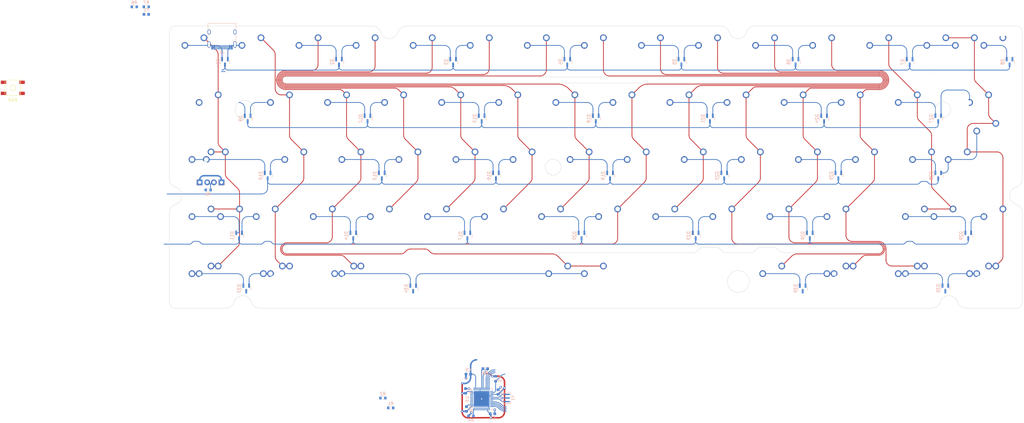
<source format=kicad_pcb>
(kicad_pcb (version 20211014) (generator pcbnew)
  (layers (0 "F.Cu" jumper) (31 "B.Cu" jumper) (34 "B.Paste" user) (35 "F.Paste" user) (36 "B.SilkS" user "B.Silkscreen") (37 "F.SilkS" user "F.Silkscreen") (38 "B.Mask" user) (39 "F.Mask" user) (44 "Edge.Cuts" user))
  (net 0 "")
  (net 1 "R1")
  (net 2 "R2")
  (net 3 "R3")
  (net 4 "R4")
  (net 5 "R5")
  (net 6 "D-")
  (net 7 "D+")
  (net 8 "RESET")
  (net 10 "C13")
  (net 11 "C14")
  (net 12 "C12")
  (net 13 "C4")
  (net 14 "C5")
  (net 15 "C6")
  (net 16 "C7")
  (net 17 "C8")
  (net 18 "C9")
  (net 19 "C10")
  (net 20 "C11")
  (net 21 "Net-(D2-Pad2)")
  (net 22 "Net-(D2-Pad1)")
  (net 23 "Net-(D3-Pad1)")
  (net 24 "Net-(C6-Pad1)")
  (net 25 "Net-(D6-Pad2)")
  (net 26 "Net-(D7-Pad2)")
  (net 27 "Net-(D10-Pad1)")
  (net 28 "Net-(D11-Pad1)")
  (net 29 "Net-(D12-Pad2)")
  (net 30 "Net-(D12-Pad1)")
  (net 31 "Net-(D13-Pad1)")
  (net 32 "Net-(D14-Pad1)")
  (net 33 "Net-(D15-Pad1)")
  (net 34 "Net-(D16-Pad1)")
  (net 35 "Net-(D17-Pad2)")
  (net 36 "Net-(D17-Pad1)")
  (net 37 "Net-(D18-Pad2)")
  (net 38 "Net-(D20-Pad2)")
  (net 39 "Net-(D21-Pad2)")
  (net 40 "Net-(D21-Pad1)")
  (net 41 "Net-(D22-Pad2)")
  (net 42 "Net-(D22-Pad1)")
  (net 43 "Net-(D23-Pad1)")
  (net 44 "Net-(D24-Pad2)")
  (net 45 "Net-(D24-Pad1)")
  (net 46 "Net-(D25-Pad2)")
  (net 47 "Net-(D26-Pad1)")
  (net 48 "Net-(D27-Pad2)")
  (net 49 "Net-(D27-Pad1)")
  (net 50 "Net-(D28-Pad2)")
  (net 51 "Net-(D28-Pad1)")
  (net 52 "Net-(D29-Pad2)")
  (net 54 "+5V")
  (net 55 "GND")
  (net 56 "Net-(U3-Pad16)")
  (net 57 "Net-(U3-Pad17)")
  (net 59 "Net-(D33-Pad1)")
  (net 60 "Net-(D33-Pad2)")
  (net 61 "Net-(D31-Pad2)")
  (net 62 "Net-(R4-Pad2)")
  (net 63 "C1")
  (net 64 "C2")
  (net 65 "C3")
  (net 66 "Net-(D1-Pad1)")
  (net 67 "Net-(D3-Pad2)")
  (net 68 "Net-(D4-Pad1)")
  (net 69 "Net-(D4-Pad2)")
  (net 70 "Net-(D5-Pad1)")
  (net 71 "Net-(D5-Pad2)")
  (net 72 "Net-(D6-Pad1)")
  (net 73 "Net-(D7-Pad1)")
  (net 74 "Net-(D8-Pad1)")
  (net 75 "Net-(D10-Pad2)")
  (net 76 "Net-(D13-Pad2)")
  (net 77 "Net-(D14-Pad2)")
  (net 78 "Net-(D15-Pad2)")
  (net 79 "Net-(D35-Pad2)")
  (net 80 "Net-(D16-Pad2)")
  (net 81 "Net-(D1-Pad2)")
  (net 82 "Net-(D18-Pad1)")
  (net 83 "Net-(D19-Pad1)")
  (net 84 "Net-(D19-Pad2)")
  (net 85 "Net-(D20-Pad1)")
  (net 86 "Net-(D23-Pad2)")
  (net 87 "Net-(D9-Pad1)")
  (net 88 "Net-(D9-Pad2)")
  (net 89 "Net-(D11-Pad2)")
  (net 90 "Net-(D25-Pad1)")
  (net 91 "Net-(D26-Pad2)")
  (net 92 "Net-(D29-Pad1)")
  (net 93 "Net-(D30-Pad1)")
  (net 94 "Net-(D34-Pad1)")
  (net 95 "Net-(D34-Pad2)")
  (net 96 "Net-(D35-Pad1)")
  (net 97 "Net-(R5-Pad1)")
  (net 98 "VBUS")
  (net 99 "Net-(J1-PadB5)")
  (net 102 "Net-(J1-PadA5)")
  (net 106 "Net-(D30-Pad2)")
  (net 107 "C15")
  (net 109 "DMCU+")
  (net 110 "DMCU-")
  (footprint "MX_Only:MXOnly-1U-NoLED" (layer "F.Cu") (at 180.0875 173.913)
    (fp_text reference "SW58")
    (fp_text value "CPG151101S11")
  )
  (footprint "MX_Only:MXOnly-1U-NoLED" (layer "F.Cu") (at 161.0375 173.913)
    (fp_text reference "SW57")
    (fp_text value "CPG151101S11")
  )
  (footprint "MX_Only:MXOnly-1U-NoLED" (layer "F.Cu") (at 208.6625 192.963)
    (fp_text reference "SW72")
    (fp_text value "CPG151101S11")
  )
  (footprint "MX_Only:MXOnly-1U-NoLED" (layer "F.Cu") (at 113.4125 192.963)
    (fp_text reference "SW67")
    (fp_text value "CPG151101S11")
  )
  (footprint "MX_Only:MXOnly-1.25U-NoLED" (layer "F.Cu") (at 53.881 192.963)
    (fp_text reference "SW7")
    (fp_text value "CPG151101S11")
  )
  (footprint "MX_Only:MXOnly-1U-NoLED" (layer "F.Cu") (at 246.7625 192.963)
    (fp_text reference "SW74")
    (fp_text value "CPG151101S11")
  )
  (footprint "MX_Only:MXOnly-1.5U-NoLED" (layer "F.Cu") (at 313.4375 154.863)
    (fp_text reference "SW49")
    (fp_text value "CPG151101S11")
  )
  (footprint "MX_Only:MXOnly-1U-NoLED" (layer "F.Cu") (at 299.15 135.813)
    (fp_text reference "SW1")
    (fp_text value "CPG151101S11")
  )
  (footprint "MX_Only:MXOnly-2.25U-ReversedStabilizers-NoLED" (layer "F.Cu") (at 306.2935 173.913)
    (fp_text reference "SW64")
    (fp_text value "CPG151101S11")
  )
  (footprint "MX_Only:MXOnly-1U-NoLED" (layer "F.Cu") (at 227.7125 192.963)
    (fp_text reference "SW73")
    (fp_text value "CPG151101S11")
  )
  (footprint "MX_Only:MXOnly-1U-NoLED" (layer "F.Cu") (at 89.6 135.813)
    (fp_text reference "SW22")
    (fp_text value "CPG151101S11")
  )
  (footprint "MX_Only:MXOnly-1U-NoLED" (layer "F.Cu") (at 232.475 154.863)
    (fp_text reference "SW45")
    (fp_text value "CPG151101S11")
  )
  (footprint "MX_Only:MXOnly-1.25U-NoLED" (layer "F.Cu") (at 315.8175 212.013)
    (fp_text reference "SW12")
    (fp_text value "CPG151101S11")
  )
  (footprint "MX_Only:MXOnly-1U-NoLED" (layer "F.Cu") (at 127.7 135.813)
    (fp_text reference "SW24")
    (fp_text value "CPG151101S11")
  )
  (footprint "MX_Only:MXOnly-1U-NoLED" (layer "F.Cu") (at 184.85 135.813)
    (fp_text reference "SW27")
    (fp_text value "CPG151101S11")
  )
  (footprint "MX_Only:MXOnly-ISO-ReversedStabilizers" (layer "F.Cu") (at 315.81875 164.388)
    (fp_text reference "SW86")
    (fp_text value "CPG151101S11")
  )
  (footprint "MX_Only:MXOnly-1U-NoLED" (layer "F.Cu") (at 289.625 212.013)
    (fp_text reference "SW85")
    (fp_text value "CPG151101S11")
  )
  (footprint "MX_Only:MXOnly-2.25U-NoLED" (layer "F.Cu") (at 63.40675 192.963)
    (fp_text reference "SW65")
    (fp_text value "CPG151101S11")
  )
  (footprint "MX_Only:MXOnly-1U-NoLED" (layer "F.Cu") (at 251.525 154.863)
    (fp_text reference "SW46")
    (fp_text value "CPG151101S11")
  )
  (footprint "MX_Only:MXOnly-1.25U-NoLED" (layer "F.Cu") (at 244.38 212.013)
    (fp_text reference "SW11")
    (fp_text value "CPG151101S11")
  )
  (footprint "MX_Only:MXOnly-1U-NoLED" (layer "F.Cu") (at 270.575 154.863)
    (fp_text reference "SW47")
    (fp_text value "CPG151101S11")
  )
  (footprint "MX_Only:MXOnly-1U-NoLED" (layer "F.Cu") (at 261.05 135.813)
    (fp_text reference "SW31")
    (fp_text value "CPG151101S11")
  )
  (footprint "MX_Only:MXOnly-1.75U" (layer "F.Cu") (at 58.6435 173.913)
    (fp_text reference "SW52")
    (fp_text value "CPG151101S11")
  )
  (footprint "MX_Only:MXOnly-1U-NoLED" (layer "F.Cu") (at 237.2375 173.913)
    (fp_text reference "SW61")
    (fp_text value "CPG151101S11")
  )
  (footprint "MX_Only:MXOnly-1U-NoLED" (layer "F.Cu") (at 194.375 154.863)
    (fp_text reference "SW43")
    (fp_text value "CPG151101S11")
  )
  (footprint "MX_Only:MXOnly-1.25U-NoLED" (layer "F.Cu") (at 101.505 212.013)
    (fp_text reference "SW50")
    (fp_text value "CPG151101S11")
  )
  (footprint "MX_Only:MXOnly-1U-NoLED" (layer "F.Cu") (at 318.2 135.813)
    (fp_text reference "SW2")
    (fp_text value "CPG151101S11")
  )
  (footprint "MX_Only:MXOnly-1U-NoLED" (layer "F.Cu") (at 213.425 154.863)
    (fp_text reference "SW44")
    (fp_text value "CPG151101S11")
  )
  (footprint "MX_Only:MXOnly-1.5U-NoLED" (layer "F.Cu") (at 265.8125 212.013)
    (fp_text reference "SW84")
    (fp_text value "CPG151101S11")
  )
  (footprint "MX_Only:MXOnly-1U-NoLED" (layer "F.Cu") (at 189.6125 192.963)
    (fp_text reference "SW71")
    (fp_text value "CPG151101S11")
  )
  (footprint "MX_Only:MXOnly-1U-NoLED" (layer "F.Cu") (at 84.8375 173.913)
    (fp_text reference "SW53")
    (fp_text value "CPG151101S11")
  )
  (footprint "MX_Only:MXOnly-1U-NoLED" (layer "F.Cu") (at 222.95 135.813)
    (fp_text reference "SW29")
    (fp_text value "CPG151101S11")
  )
  (footprint "MX_Only:MXOnly-1.75U-NoLED" (layer "F.Cu") (at 292.0065 192.963)
    (fp_text reference "SW4")
    (fp_text value "CPG151101S11")
  )
  (footprint "MX_Only:MXOnly-1U-NoLED" (layer "F.Cu") (at 256.2875 173.913)
    (fp_text reference "SW62")
    (fp_text value "CPG151101S11")
  )
  (footprint "MX_Only:MXOnly-1U-NoLED" (layer "F.Cu") (at 275.3375 173.913)
    (fp_text reference "SW63")
    (fp_text value "CPG151101S11")
  )
  (footprint "random-keyboard-parts:SKQG-1155865" (layer "F.Cu") (at -9.751778 147.443729)
    (fp_text reference "SW9")
    (fp_text value "SW_Push")
  )
  (footprint "MX_Only:MXOnly-1.5U-NoLED" (layer "F.Cu") (at 313.4375 212.013)
    (fp_text reference "SW14")
    (fp_text value "CPG151101S11")
  )
  (footprint "MX_Only:MXOnly-1U-NoLED" (layer "F.Cu") (at 170.5625 192.963)
    (fp_text reference "SW70")
    (fp_text value "CPG151101S11")
  )
  (footprint "MX_Only:MXOnly-1.5U-NoLED" (layer "F.Cu") (at 103.8875 212.013)
    (fp_text reference "SW82")
    (fp_text value "CPG151101S11")
  )
  (footprint "MX_Only:MXOnly-1U-NoLED" (layer "F.Cu") (at 218.1875 173.913)
    (fp_text reference "SW60")
    (fp_text value "CPG151101S11")
  )
  (footprint "MX_Only:MXOnly-1U-NoLED" (layer "F.Cu") (at 280.1 135.813)
    (fp_text reference "SW32")
    (fp_text value "CPG151101S11")
  )
  (footprint "MX_Only:MXOnly-1.25U-NoLED" (layer "F.Cu") (at 292.005 212.013)
    (fp_text reference "SW77")
    (fp_text value "CPG151101S11")
  )
  (footprint "MX_Only:MXOnly-1.25U-NoLED" (layer "F.Cu") (at 268.1925 212.013)
    (fp_text reference "SW51")
    (fp_text value "CPG151101S11")
  )
  (footprint "MX_Only:MXOnly-1.5U-NoLED" (layer "F.Cu") (at 56.2625 212.013)
    (fp_text reference "SW13")
    (fp_text value "CPG151101S11")
  )
  (footprint "MX_Only:MXOnly-1U-NoLED" (layer "F.Cu") (at 242 135.813)
    (fp_text reference "SW30")
    (fp_text value "CPG151101S11")
  )
  (footprint "MX_Only:MXOnly-1U-NoLED" (layer "F.Cu") (at 108.65 135.813)
    (fp_text reference "SW23")
    (fp_text value "CPG151101S11")
  )
  (footprint "MX_Only:MXOnly-1.25U-NoLED" (layer "F.Cu") (at 53.88 212.013)
    (fp_text reference "SW34")
    (fp_text value "CPG151101S11")
  )
  (footprint "MX_Only:MXOnly-1U-NoLED" (layer "F.Cu") (at 265.8125 192.963)
    (fp_text reference "SW75")
    (fp_text value "CPG151101S11")
  )
  (footprint "MX_Only:MXOnly-1U-NoLED" (layer "F.Cu") (at 294.3875 173.913)
    (fp_text reference "SW8")
    (fp_text value "CPG151101S11")
  )
  (footprint "MX_Only:MXOnly-1.25U-NoLED" (layer "F.Cu") (at 77.6925 212.013)
    (fp_text reference "SW35")
    (fp_text value "CPG151101S11")
  )
  (footprint "MX_Only:MXOnly-7U-ReversedStabilizers-NoLED" (layer "F.Cu") (at 184.85 212.013)
    (fp_text reference "SW83")
    (fp_text value "CPG151101S11")
  )
  (footprint "MX_Only:MXOnly-1U-NoLED" (layer "F.Cu") (at 80.075 212.013)
    (fp_text reference "SW81")
    (fp_text value "CPG151101S11")
  )
  (footprint "MX_Only:MXOnly-1.25U" (layer "F.Cu") (at 53.8815 173.913)
    (fp_text reference "SW6")
    (fp_text value "CPG151101S11")
  )
  (footprint "MX_Only:MXOnly-1U-NoLED" (layer "F.Cu") (at 289.625 154.863)
    (fp_text reference "SW48")
    (fp_text value "CPG151101S11")
  )
  (footprint "MX_Only:MXOnly-1U-NoLED" (layer "F.Cu") (at 165.8 135.813)
    (fp_text reference "SW26")
    (fp_text value "CPG151101S11")
  )
  (footprint "MX_Only:MXOnly-1U-NoLED" (layer "F.Cu") (at 146.75 135.813)
    (fp_text reference "SW25")
    (fp_text value "CPG151101S11")
  )
  (footprint "MX_Only:MXOnly-1U-NoLED" (layer "F.Cu") (at 99.125 154.863)
    (fp_text reference "SW38")
    (fp_text value "CPG151101S11")
  )
  (footprint "MX_Only:MXOnly-2.75U-NoLED" (layer "F.Cu") (at 301.5315 192.963)
    (fp_text reference "SW76")
    (fp_text value "CPG151101S11")
  )
  (footprint "MX_Only:MXOnly-1U-NoLED" (layer "F.Cu") (at 175.325 154.863)
    (fp_text reference "SW42")
    (fp_text value "CPG151101S11")
  )
  (footprint "MX_Only:MXOnly-1U-NoLED" (layer "F.Cu") (at 156.275 154.863)
    (fp_text reference "SW41")
    (fp_text value "CPG151101S11")
  )
  (footprint "MX_Only:MXOnly-1U-NoLED" (layer "F.Cu") (at 141.9875 173.913)
    (fp_text reference "SW56")
    (fp_text value "CPG151101S11")
  )
  (footprint "MX_Only:MXOnly-1U-NoLED" (layer "F.Cu") (at 80.075 154.863)
    (fp_text reference "SW37")
    (fp_text value "CPG151101S11")
  )
  (footprint "MX_Only:MXOnly-1U-NoLED" (layer "F.Cu") (at 203.9 135.813)
    (fp_text reference "SW28")
    (fp_text value "CPG151101S11")
  )
  (footprint "MX_Only:MXOnly-6.25U-ReversedStabilizers-NoLED" (layer "F.Cu") (at 172.9425 212.013)
    (fp_text reference "SW10")
    (fp_text value "CPG151101S11")
  )
  (footprint "MX_Only:MXOnly-1U-NoLED" (layer "F.Cu") (at 199.1375 173.913)
    (fp_text reference "SW59")
    (fp_text value "CPG151101S11")
  )
  (footprint "MX_Only:MXOnly-2U-NoLED" (layer "F.Cu") (at 308.675 135.813)
    (fp_text reference "SW33")
    (fp_text value "CPG151101S11")
  )
  (footprint "MX_Only:MXOnly-1U-NoLED" (layer "F.Cu") (at 132.4625 192.963)
    (fp_text reference "SW68")
    (fp_text value "CPG151101S11")
  )
  (footprint "MX_Only:MXOnly-1U-NoLED" (layer "F.Cu") (at 118.175 154.863)
    (fp_text reference "SW39")
    (fp_text value "CPG151101S11")
  )
  (footprint "MX_Only:MXOnly-1.5U-NoLED" (layer "F.Cu") (at 56.2625 154.863)
    (fp_text reference "SW36")
    (fp_text value "CPG151101S11")
  )
  (footprint "MX_Only:MXOnly-1U-NoLED" (layer "F.Cu") (at 51.5 135.813)
    (fp_text reference "SW20")
    (fp_text value "CPG151101S11")
  )
  (footprint "MX_Only:MXOnly-1U-NoLED" (layer "F.Cu") (at 137.225 154.863)
    (fp_text reference "SW40")
    (fp_text value "CPG151101S11")
  )
  (footprint "MX_Only:MXOnly-1U-NoLED" (layer "F.Cu") (at 94.3625 192.963)
    (fp_text reference "SW66")
    (fp_text value "CPG151101S11")
  )
  (footprint "MX_Only:MXOnly-1U-NoLED" (layer "F.Cu") (at 151.5125 192.963)
    (fp_text reference "SW69")
    (fp_text value "CPG151101S11")
  )
  (footprint "MX_Only:MXOnly-1U-NoLED" (layer "F.Cu") (at 75.3125 192.963)
    (fp_text reference "SW3")
    (fp_text value "CPG151101S11")
  )
  (footprint "MX_Only:MXOnly-1U-NoLED" (layer "F.Cu") (at 70.55 135.813)
    (fp_text reference "SW21")
    (fp_text value "CPG151101S11")
  )
  (footprint "MX_Only:MXOnly-1U-NoLED" (layer "F.Cu") (at 122.9375 173.913)
    (fp_text reference "SW55")
    (fp_text value "CPG151101S11")
  )
  (footprint "MX_Only:MXOnly-1U-NoLED" (layer "F.Cu") (at 318.2 192.963)
    (fp_text reference "SW5")
    (fp_text value "CPG151101S11")
  )
  (footprint "MX_Only:MXOnly-1U-NoLED" (layer "F.Cu") (at 103.8875 173.913)
    (fp_text reference "SW54")
    (fp_text value "CPG151101S11")
  )
  (footprint "Resistor_SMD:R_0603_1608Metric" (layer "B.Cu") (at 143.177377 256.971193)
    (fp_text reference "R4")
    (fp_text value "10k")
  )
  (footprint "Package_TO_SOT_SMD:SOT-23" (layer "B.Cu") (at 184.85 157.7 -90)
    (fp_text reference "D18")
    (fp_text value "BAV70")
  )
  (footprint "Package_TO_SOT_SMD:SOT-23" (layer "B.Cu") (at 222.95 157.7 -90)
    (fp_text reference "D21")
    (fp_text value "BAV70")
  )
  (footprint "Package_TO_SOT_SMD:SOT-23" (layer "B.Cu") (at 253.9025 214.39425 -90)
    (fp_text reference "D30")
    (fp_text value "BAV70")
  )
  (footprint "Connector_USB:USB_C_Receptacle_HRO_TYPE-C-31-M-12" (layer "B.Cu") (at 60.078222 129.853729)
    (fp_text reference "J1")
    (fp_text value "USB_C_Receptacle_USB2.0")
  )
  (footprint "Crystal:Resonator_SMD_Murata_CSTxExxV-3Pin_3.0x1.1mm" (layer "B.Cu") (at 155.212436 250.973958 90)
    (fp_text reference "Y1")
    (fp_text value "Resonator_Small")
  )
  (footprint "Package_TO_SOT_SMD:SOT-23" (layer "B.Cu") (at 108.65 157.7 -90)
    (fp_text reference "D12")
    (fp_text value "BAV70")
  )
  (footprint "Resistor_SMD:R_0603_1608Metric" (layer "B.Cu") (at 113.778222 250.983729 180)
    (fp_text reference "R2")
    (fp_text value "22")
  )
  (footprint "Package_TO_SOT_SMD:SOT-23" (layer "B.Cu") (at 265.8125 176.7705 -90)
    (fp_text reference "D25")
    (fp_text value "BAV70")
  )
  (footprint "Package_TO_SOT_SMD:SOT-23" (layer "B.Cu") (at 309.175 196.773 -90)
    (fp_text reference "D29")
    (fp_text value "BAV70")
  )
  (footprint "Package_TO_SOT_SMD:SOT-23" (layer "B.Cu") (at 180.0875 196.773 -90)
    (fp_text reference "D20")
    (fp_text value "BAV70")
  )
  (footprint "Resistor_SMD:R_0603_1608Metric" (layer "B.Cu") (at 34.799174 120.403729 180)
    (fp_text reference "R7")
    (fp_text value "5.1k")
  )
  (footprint "Package_TO_SOT_SMD:SOT-23" (layer "B.Cu") (at 227.7125 176.7705 -90)
    (fp_text reference "D22")
    (fp_text value "BAV70")
  )
  (footprint "Capacitor_SMD:C_0603_1608Metric" (layer "B.Cu") (at 147.973222 241.195958)
    (fp_text reference "C6")
    (fp_text value "1uF")
  )
  (footprint "Capacitor_SMD:C_0603_1608Metric" (layer "B.Cu") (at 142.288222 243.023959 180)
    (fp_text reference "C5")
    (fp_text value "10uF")
  )
  (footprint "Resistor_SMD:R_0603_1608Metric" (layer "B.Cu") (at 55.4625 181.533)
    (fp_text reference "R5")
    (fp_text value "R_Small")
  )
  (footprint "Resistor_SMD:R_0603_1608Metric" (layer "B.Cu") (at 30.789174 120.403729 180)
    (fp_text reference "R6")
    (fp_text value "5.1k")
  )
  (footprint "Package_TO_SOT_SMD:SOT-23" (layer "B.Cu") (at 261.05 157.7 -90)
    (fp_text reference "D24")
    (fp_text value "BAV70")
  )
  (footprint "Package_TO_SOT_SMD:SOT-23" (layer "B.Cu") (at 61.0625 138.8 -90)
    (fp_text reference "D1")
    (fp_text value "BAV70")
  )
  (footprint "Package_TO_SOT_SMD:SOT-23" (layer "B.Cu") (at 189.6125 176.7705 -90)
    (fp_text reference "D19")
    (fp_text value "BAV70")
  )
  (footprint "Package_TO_SOT_SMD:SOT-23" (layer "B.Cu") (at 175.325 138.8 -90)
    (fp_text reference "D4")
    (fp_text value "BAV70")
  )
  (footprint "Package_TO_SOT_SMD:SOT-23" (layer "B.Cu") (at 251.525 138.8 -90)
    (fp_text reference "D6")
    (fp_text value "BAV70")
  )
  (footprint "Package_TO_SOT_SMD:SOT-23" (layer "B.Cu") (at 68.645 157.7205 -90)
    (fp_text reference "D9")
    (fp_text value "BAV70")
  )
  (footprint "Package_TO_SOT_SMD:SOT-23" (layer "B.Cu") (at 141.9875 196.773 -90)
    (fp_text reference "D17")
    (fp_text value "BAV70")
  )
  (footprint "Package_TO_SOT_SMD:SOT-23" (layer "B.Cu") (at 218.1875 196.773 -90)
    (fp_text reference "D23")
    (fp_text value "BAV70")
  )
  (footprint "Package_TO_SOT_SMD:SOT-23" (layer "B.Cu") (at 322.9625 138.8 -90)
    (fp_text reference "D8")
    (fp_text value "BAV70")
  )
  (footprint "Package_TO_SOT_SMD:SOT-23" (layer "B.Cu") (at 213.425 138.8 -90)
    (fp_text reference "D5")
    (fp_text value "BAV70")
  )
  (footprint "Capacitor_SMD:C_0603_1608Metric" (layer "B.Cu") (at 141.381623 248.620558 90)
    (fp_text reference "C4")
    (fp_text value "0.1uF")
  )
  (footprint "Package_TO_SOT_SMD:SOT-23" (layer "B.Cu") (at 137.225 138.8 -90)
    (fp_text reference "D3")
    (fp_text value "BAV70")
  )
  (footprint "Fuse:Fuse_0603_1608Metric" (layer "B.Cu") (at 34.799174 122.913729 180)
    (fp_text reference "F1")
    (fp_text value "Fuse_Small")
  )
  (footprint "Capacitor_SMD:C_0603_1608Metric" (layer "B.Cu") (at 150.358222 256.228959)
    (fp_text reference "C3")
    (fp_text value "0.1uF")
  )
  (footprint "Package_TO_SOT_SMD:SOT-23" (layer "B.Cu") (at 299.15 157.7 -90)
    (fp_text reference "D27")
    (fp_text value "BAV70")
  )
  (footprint "Package_DFN_QFN:QFN-44-1EP_7x7mm_P0.5mm_EP5.2x5.2mm" (layer "B.Cu") (at 146.748222 251.273958 -90)
    (fp_text reference "U3")
    (fp_text value "ATmega32U4-M")
  )
  (footprint "Package_TO_SOT_SMD:SOT-23" (layer "B.Cu") (at 146.75 157.7 -90)
    (fp_text reference "D15")
    (fp_text value "BAV70")
  )
  (footprint "Package_TO_SOT_SMD:SOT-23" (layer "B.Cu") (at 256.2875 196.773 -90)
    (fp_text reference "D26")
    (fp_text value "BAV70")
  )
  (footprint "Package_TO_SOT_SMD:SOT-23" (layer "B.Cu") (at 289.625 138.8 -90)
    (fp_text reference "D7")
    (fp_text value "BAV70")
  )
  (footprint "Package_TO_SOT_SMD:SOT-23" (layer "B.Cu") (at 123.89 214.39425 -90)
    (fp_text reference "D34")
    (fp_text value "BAV70")
  )
  (footprint "Capacitor_SMD:C_0603_1608Metric" (layer "B.Cu") (at 141.675848 254.647629 90)
    (fp_text reference "C2")
    (fp_text value "0.1uF")
  )
  (footprint "Package_TO_SOT_SMD:SOT-23" (layer "B.Cu") (at 99.125 138.8 -90)
    (fp_text reference "D2")
    (fp_text value "BAV70")
  )
  (footprint "Package_TO_SOT_SMD:SOT-23" (layer "B.Cu") (at 299.15 176.7705 -90)
    (fp_text reference "D28")
    (fp_text value "BAV70")
  )
  (footprint "Package_TO_SOT_SMD:SOT-23" (layer "B.Cu") (at 65.7875 196.773 -90)
    (fp_text reference "D11")
    (fp_text value "BAV70")
  )
  (footprint "Capacitor_SMD:C_0603_1608Metric" (layer "B.Cu") (at 152.249557 248.987957 90)
    (fp_text reference "C1")
    (fp_text value "0.1uF")
  )
  (footprint "Package_TO_SOT_SMD:SOT-23" (layer "B.Cu") (at 75.3125 176.7705 -90)
    (fp_text reference "D10")
    (fp_text value "BAV70")
  )
  (footprint "Package_TO_SOT_SMD:SOT-23" (layer "B.Cu") (at 103.8875 196.773 -90)
    (fp_text reference "D14")
    (fp_text value "BAV70")
  )
  (footprint "Package_TO_SOT_SMD:SOT-23" (layer "B.Cu") (at 68.1675 214.39425 -90)
    (fp_text reference "D33")
    (fp_text value "BAV70")
  )
  (footprint "Resistor_SMD:R_0603_1608Metric" (layer "B.Cu") (at 116.398222 254.263729 180)
    (fp_text reference "R1")
    (fp_text value "22")
  )
  (footprint "Package_TO_SOT_SMD:SOT-23" (layer "B.Cu") (at 301.5275 214.39425 -90)
    (fp_text reference "D35")
    (fp_text value "BAV70")
  )
  (footprint "Package_TO_SOT_SMD:SOT-23" (layer "B.Cu") (at 151.5125 176.7705 -90)
    (fp_text reference "D16")
    (fp_text value "BAV70")
  )
  (footprint "Resistor_SMD:R_0603_1608Metric" (layer "B.Cu") (at 151.423222 244.555958 90)
    (fp_text reference "R3")
    (fp_text value "10k")
  )
  (footprint "Package_TO_SOT_SMD:SOT-23" (layer "B.Cu") (at 113.4125 176.7705 -90)
    (fp_text reference "D13")
    (fp_text value "BAV70")
  )
  (gr_arc (start 42.499998 128.813004) (mid 43.085997 127.399003) (end 44.499998 126.813005) (layer "Edge.Cuts") (width 0.1))
  (gr_arc (start 64.122803 218.912997) (mid 63.035809 220.431675) (end 61.260985 221.012997) (layer "Edge.Cuts") (width 0.1))
  (gr_line (start 238.575774 201.273789) (end 237.947347 201.902216) (layer "Edge.Cuts") (width 0.1))
  (gr_arc (start 44.598222 180.591911) (mid 46.698222 183.453729) (end 44.598221 186.315547) (layer "Edge.Cuts") (width 0.1))
  (gr_line (start 127.898145 200.688) (end 122.961855 200.688) (layer "Edge.Cuts") (width 0.1))
  (gr_arc (start 44.499999 221.012998) (mid 43.085998 220.426998) (end 42.499997 219.012998) (layer "Edge.Cuts") (width 0.1))
  (gr_arc (start 127.898145 200.687999) (mid 128.663512 200.84024) (end 129.312359 201.273786) (layer "Edge.Cuts") (width 0.1))
  (gr_line (start 327.198222 189.183729) (end 327.200003 219.012997) (layer "Edge.Cuts") (width 0.1))
  (gr_line (start 42.498222 189.177364) (end 42.499997 219.012998) (layer "Edge.Cuts") (width 0.1))
  (gr_arc (start 118.791403 128.913003) (mid 115.929585 131.013004) (end 113.067767 128.913004) (layer "Edge.Cuts") (width 0.1))
  (gr_line (start 325.200003 221.012997) (end 308.452006 221.012997) (layer "Edge.Cuts") (width 0.1))
  (gr_line (start 227.002628 201.902216) (end 226.374201 201.273789) (layer "Edge.Cuts") (width 0.1))
  (gr_circle (center 170.598222 173.895643) (end 171.928222 171.601356) (layer "Edge.Cuts") (width 0.1) (fill none))
  (gr_circle (center 300.748222 154.743729) (end 302.778222 153.133729) (layer "Edge.Cuts") (width 0.1) (fill none))
  (gr_arc (start 228.416842 202.488003) (mid 227.651475 202.335762) (end 227.002628 201.902216) (layer "Edge.Cuts") (width 0.1))
  (gr_circle (center 232.408222 212.083729) (end 234.938222 209.443729) (layer "Edge.Cuts") (width 0.1) (fill none))
  (gr_line (start 181.048632 126.813003) (end 226.558398 126.813729) (layer "Edge.Cuts") (width 0.1))
  (gr_line (start 244.153133 200.688003) (end 239.989988 200.688003) (layer "Edge.Cuts") (width 0.1))
  (gr_arc (start 235.143851 128.913729) (mid 236.230845 127.395051) (end 238.005669 126.813729) (layer "Edge.Cuts") (width 0.1))
  (gr_line (start 121.653221 126.813002) (end 181.048632 126.813003) (layer "Edge.Cuts") (width 0.1))
  (gr_arc (start 110.20595 126.813002) (mid 111.980774 127.394325) (end 113.067768 128.913003) (layer "Edge.Cuts") (width 0.1))
  (gr_line (start 238.005669 126.813729) (end 325.200002 126.813004) (layer "Edge.Cuts") (width 0.1))
  (gr_arc (start 64.122803 218.912997) (mid 66.984621 216.812997) (end 69.846439 218.912998) (layer "Edge.Cuts") (width 0.1))
  (gr_arc (start 72.708256 221.012997) (mid 70.933432 220.431674) (end 69.846438 218.912997) (layer "Edge.Cuts") (width 0.1))
  (gr_arc (start 219.382628 201.273789) (mid 220.031475 200.840243) (end 220.796842 200.688003) (layer "Edge.Cuts") (width 0.1))
  (gr_arc (start 247.609987 202.488003) (mid 246.84462 202.335762) (end 246.195774 201.902216) (layer "Edge.Cuts") (width 0.1))
  (gr_line (start 217.339987 202.488003) (end 131.355 202.488) (layer "Edge.Cuts") (width 0.1))
  (gr_arc (start 131.355 202.488) (mid 130.589633 202.335759) (end 129.940786 201.902213) (layer "Edge.Cuts") (width 0.1))
  (gr_arc (start 325.200002 126.813004) (mid 326.614003 127.399002) (end 327.200002 128.813003) (layer "Edge.Cuts") (width 0.1))
  (gr_arc (start 81.697079 202.488003) (mid 80.447079 201.238003) (end 81.697079 199.988003) (layer "Edge.Cuts") (width 0.1))
  (gr_line (start 81.447079 145.838003) (end 279.447079 145.838003) (layer "Edge.Cuts") (width 0.1))
  (gr_arc (start 44.598222 180.591911) (mid 43.079544 179.504917) (end 42.498222 177.730093) (layer "Edge.Cuts") (width 0.1))
  (gr_arc (start 120.919214 201.902214) (mid 120.270367 202.33576) (end 119.505 202.488) (layer "Edge.Cuts") (width 0.1))
  (gr_arc (start 279.197079 199.988003) (mid 280.447079 201.238003) (end 279.197079 202.488003) (layer "Edge.Cuts") (width 0.1))
  (gr_arc (start 235.143851 128.913729) (mid 232.282033 131.013729) (end 229.420215 128.913729) (layer "Edge.Cuts") (width 0.1))
  (gr_arc (start 238.575774 201.273789) (mid 239.224621 200.840243) (end 239.989988 200.688003) (layer "Edge.Cuts") (width 0.1))
  (gr_line (start 42.498222 177.730093) (end 42.499998 128.813004) (layer "Edge.Cuts") (width 0.1))
  (gr_arc (start 81.447079 145.838003) (mid 80.447079 144.838003) (end 81.447079 143.838003) (layer "Edge.Cuts") (width 0.1))
  (gr_arc (start 279.447079 143.838003) (mid 280.447079 144.838003) (end 279.447079 145.838003) (layer "Edge.Cuts") (width 0.1))
  (gr_line (start 81.697079 199.988003) (end 279.197079 199.988003) (layer "Edge.Cuts") (width 0.1))
  (gr_line (start 61.260985 221.012997) (end 44.499999 221.012998) (layer "Edge.Cuts") (width 0.1))
  (gr_line (start 121.547641 201.273786) (end 120.919214 201.902213) (layer "Edge.Cuts") (width 0.1))
  (gr_arc (start 308.452006 221.012997) (mid 306.677182 220.431674) (end 305.590188 218.912997) (layer "Edge.Cuts") (width 0.1))
  (gr_line (start 279.197079 202.488003) (end 247.609987 202.488003) (layer "Edge.Cuts") (width 0.1))
  (gr_arc (start 327.198222 177.736458) (mid 326.616899 179.511282) (end 325.098222 180.598276) (layer "Edge.Cuts") (width 0.1))
  (gr_line (start 129.940786 201.902213) (end 129.312359 201.273786) (layer "Edge.Cuts") (width 0.1))
  (gr_arc (start 42.498222 189.177364) (mid 43.079545 187.40254) (end 44.598222 186.315546) (layer "Edge.Cuts") (width 0.1))
  (gr_arc (start 237.947347 201.902217) (mid 237.2985 202.335763) (end 236.533133 202.488003) (layer "Edge.Cuts") (width 0.1))
  (gr_line (start 119.505 202.488) (end 81.697079 202.488003) (layer "Edge.Cuts") (width 0.1))
  (gr_arc (start 121.547642 201.273786) (mid 122.196488 200.840241) (end 122.961855 200.688) (layer "Edge.Cuts") (width 0.1))
  (gr_arc (start 299.866553 218.912997) (mid 298.779559 220.431675) (end 297.004735 221.012997) (layer "Edge.Cuts") (width 0.1))
  (gr_line (start 224.959987 200.688003) (end 220.796842 200.688003) (layer "Edge.Cuts") (width 0.1))
  (gr_arc (start 299.866553 218.912997) (mid 302.728371 216.812997) (end 305.590189 218.912998) (layer "Edge.Cuts") (width 0.1))
  (gr_line (start 236.533133 202.488003) (end 228.416842 202.488003) (layer "Edge.Cuts") (width 0.1))
  (gr_line (start 327.198222 177.736458) (end 327.200002 128.813003) (layer "Edge.Cuts") (width 0.1))
  (gr_line (start 279.447079 143.838003) (end 81.447079 143.838003) (layer "Edge.Cuts") (width 0.1))
  (gr_arc (start 224.959988 200.688002) (mid 225.725355 200.840243) (end 226.374201 201.273789) (layer "Edge.Cuts") (width 0.1))
  (gr_arc (start 325.098222 186.321911) (mid 322.998222 183.460093) (end 325.098223 180.598275) (layer "Edge.Cuts") (width 0.1))
  (gr_line (start 200.098632 221.012997) (end 72.708256 221.012997) (layer "Edge.Cuts") (width 0.1))
  (gr_line (start 246.195775 201.902217) (end 245.567348 201.27379) (layer "Edge.Cuts") (width 0.1))
  (gr_line (start 297.004735 221.012997) (end 200.098632 221.012997) (layer "Edge.Cuts") (width 0.1))
  (gr_arc (start 327.200003 219.012997) (mid 326.614003 220.426998) (end 325.200003 221.012999) (layer "Edge.Cuts") (width 0.1))
  (gr_circle (center 67.598222 154.753729) (end 69.708222 152.443729) (layer "Edge.Cuts") (width 0.1) (fill none))
  (gr_line (start 219.382628 201.273789) (end 218.754201 201.902216) (layer "Edge.Cuts") (width 0.1))
  (gr_arc (start 218.754201 201.902217) (mid 218.105354 202.335763) (end 217.339987 202.488003) (layer "Edge.Cuts") (width 0.1))
  (gr_arc (start 244.153133 200.688002) (mid 244.9185 200.840243) (end 245.567347 201.273789) (layer "Edge.Cuts") (width 0.1))
  (gr_line (start 44.499998 126.813005) (end 110.20595 126.813002) (layer "Edge.Cuts") (width 0.1))
  (gr_arc (start 325.098222 186.321911) (mid 326.6169 187.408905) (end 327.198222 189.183729) (layer "Edge.Cuts") (width 0.1))
  (gr_arc (start 118.791403 128.913003) (mid 119.878397 127.394325) (end 121.653221 126.813002) (layer "Edge.Cuts") (width 0.1))
  (gr_arc (start 226.558398 126.813729) (mid 228.333222 127.395052) (end 229.420216 128.913729) (layer "Edge.Cuts") (width 0.1))
  (segment (start 176.325 141.528) (end 212.425 141.528) (width 0.25) (layer "B.Cu") (net 1))
  (segment (start 99.125 139.7375) (end 99.125 140.528) (width 0.25) (layer "B.Cu") (net 1))
  (segment (start 175.325 139.7375) (end 175.325 140.528) (width 0.25) (layer "B.Cu") (net 1))
  (segment (start 321.9625 141.528) (end 290.625 141.528) (width 0.25) (layer "B.Cu") (net 1))
  (segment (start 214.425 141.528) (end 250.525 141.528) (width 0.25) (layer "B.Cu") (net 1))
  (segment (start 61.0625 139.7375) (end 61.0625 140.528) (width 0.25) (layer "B.Cu") (net 1))
  (segment (start 322.9625 139.7375) (end 322.9625 140.528) (width 0.25) (layer "B.Cu") (net 1))
  (segment (start 98.125 141.528) (end 62.0625 141.528) (width 0.25) (layer "B.Cu") (net 1))
  (segment (start 100.125 141.528) (end 136.225 141.528) (width 0.25) (layer "B.Cu") (net 1))
  (segment (start 138.225 141.528) (end 174.325 141.528) (width 0.25) (layer "B.Cu") (net 1))
  (segment (start 252.525 141.528) (end 288.625 141.528) (width 0.25) (layer "B.Cu") (net 1))
  (segment (start 213.425 139.7375) (end 213.425 140.528) (width 0.25) (layer "B.Cu") (net 1))
  (segment (start 137.225 139.7375) (end 137.225 140.528) (width 0.25) (layer "B.Cu") (net 1))
  (segment (start 289.625 139.7375) (end 289.625 140.528) (width 0.25) (layer "B.Cu") (net 1))
  (segment (start 251.525 139.7375) (end 251.525 140.528) (width 0.25) (layer "B.Cu") (net 1))
  (arc (start 175.325 140.528) (mid 175.032107 141.235107) (end 174.325 141.528) (width 0.25) (layer "B.Cu") (net 1))
  (arc (start 289.625 140.528) (mid 289.917893 141.235107) (end 290.625 141.528) (width 0.25) (layer "B.Cu") (net 1))
  (arc (start 251.525 140.528) (mid 251.232107 141.235107) (end 250.525 141.528) (width 0.25) (layer "B.Cu") (net 1))
  (arc (start 322.9625 140.528) (mid 322.669607 141.235107) (end 321.9625 141.528) (width 0.25) (layer "B.Cu") (net 1))
  (arc (start 136.225 141.528) (mid 136.932107 141.235107) (end 137.225 140.528) (width 0.25) (layer "B.Cu") (net 1))
  (arc (start 100.125 141.528) (mid 99.417893 141.235107) (end 99.125 140.528) (width 0.25) (layer "B.Cu") (net 1))
  (arc (start 61.0625 140.528) (mid 60.769607 141.235107) (end 60.0625 141.528) (width 0.25) (layer "B.Cu") (net 1))
  (arc (start 99.125 140.528) (mid 98.832107 141.235107) (end 98.125 141.528) (width 0.25) (layer "B.Cu") (net 1))
  (arc (start 61.0625 140.528) (mid 61.355393 141.235107) (end 62.0625 141.528) (width 0.25) (layer "B.Cu") (net 1))
  (arc (start 138.225 141.528) (mid 137.517893 141.235107) (end 137.225 140.528) (width 0.25) (layer "B.Cu") (net 1))
  (arc (start 175.325 140.528) (mid 175.617893 141.235107) (end 176.325 141.528) (width 0.25) (layer "B.Cu") (net 1))
  (arc (start 213.425 140.528) (mid 213.717893 141.235107) (end 214.425 141.528) (width 0.25) (layer "B.Cu") (net 1))
  (arc (start 251.525 140.528) (mid 251.817893 141.235107) (end 252.525 141.528) (width 0.25) (layer "B.Cu") (net 1))
  (arc (start 289.625 140.528) (mid 289.332107 141.235107) (end 288.625 141.528) (width 0.25) (layer "B.Cu") (net 1))
  (arc (start 213.425 140.528) (mid 213.132107 141.235107) (end 212.425 141.528) (width 0.25) (layer "B.Cu") (net 1))
  (segment (start 261.05 158.6375) (end 261.05 159.71752) (width 0.25) (layer "B.Cu") (net 2))
  (segment (start 299.15 158.6375) (end 299.15 159.71752) (width 0.25) (layer "B.Cu") (net 2))
  (segment (start 145.75 160.71752) (end 109.65 160.71752) (width 0.25) (layer "B.Cu") (net 2))
  (segment (start 221.95 160.71752) (end 185.85 160.71752) (width 0.25) (layer "B.Cu") (net 2))
  (segment (start 61.05752 142.02752) (end 61.06 142.03) (width 0.25) (layer "B.Cu") (net 2))
  (segment (start 69.645 160.71752) (end 107.65 160.71752) (width 0.25) (layer "B.Cu") (net 2))
  (segment (start 260.05 160.71752) (end 223.95 160.71752) (width 0.25) (layer "B.Cu") (net 2))
  (segment (start 108.65 158.6375) (end 108.65 159.71752) (width 0.25) (layer "B.Cu") (net 2))
  (segment (start 146.75 158.6375) (end 146.75 159.71752) (width 0.25) (layer "B.Cu") (net 2))
  (segment (start 298.15 160.71752) (end 262.05 160.71752) (width 0.25) (layer "B.Cu") (net 2))
  (segment (start 184.85 158.6375) (end 184.85 159.71752) (width 0.25) (layer "B.Cu") (net 2))
  (segment (start 222.95 158.6375) (end 222.95 159.71752) (width 0.25) (layer "B.Cu") (net 2))
  (segment (start 59.90248 142.02752) (end 61.05752 142.02752) (width 0.25) (layer "B.Cu") (net 2))
  (segment (start 183.85 160.71752) (end 147.75 160.71752) (width 0.25) (layer "B.Cu") (net 2))
  (segment (start 68.645 158.658) (end 68.645 159.71752) (width 0.25) (layer "B.Cu") (net 2))
  (arc (start 68.645 159.71752) (mid 68.937893 160.424627) (end 69.645 160.71752) (width 0.25) (layer "B.Cu") (net 2))
  (arc (start 222.95 159.71752) (mid 222.657107 160.424627) (end 221.95 160.71752) (width 0.25) (layer "B.Cu") (net 2))
  (arc (start 185.85 160.71752) (mid 185.142893 160.424627) (end 184.85 159.71752) (width 0.25) (layer "B.Cu") (net 2))
  (arc (start 146.75 159.71752) (mid 147.042893 160.424627) (end 147.75 160.71752) (width 0.25) (layer "B.Cu") (net 2))
  (arc (start 146.75 159.71752) (mid 146.457107 160.424627) (end 145.75 160.71752) (width 0.25) (layer "B.Cu") (net 2))
  (arc (start 108.65 159.71752) (mid 108.942893 160.424627) (end 109.65 160.71752) (width 0.25) (layer "B.Cu") (net 2))
  (arc (start 222.95 159.71752) (mid 223.242893 160.424627) (end 223.95 160.71752) (width 0.25) (layer "B.Cu") (net 2))
  (arc (start 107.65 160.71752) (mid 108.357107 160.424627) (end 108.65 159.71752) (width 0.25) (layer "B.Cu") (net 2))
  (arc (start 184.85 159.71752) (mid 184.557107 160.424627) (end 183.85 160.71752) (width 0.25) (layer "B.Cu") (net 2))
  (arc (start 298.15 160.71752) (mid 298.857107 160.424627) (end 299.15 159.71752) (width 0.25) (layer "B.Cu") (net 2))
  (arc (start 260.05 160.71752) (mid 260.757107 160.424627) (end 261.05 159.71752) (width 0.25) (layer "B.Cu") (net 2))
  (arc (start 261.05 159.71752) (mid 261.342893 160.424627) (end 262.05 160.71752) (width 0.25) (layer "B.Cu") (net 2))
  (segment (start 293.849214 178.6755) (end 294.925786 178.6755) (width 0.25) (layer "B.Cu") (net 3))
  (segment (start 113.4125 177.5375) (end 113.4125 178.628) (width 0.25) (layer "B.Cu") (net 3))
  (segment (start 295.632893 178.968393) (end 295.999607 179.335107) (width 0.25) (layer "B.Cu") (net 3))
  (segment (start 41.738222 182.88) (end 73.3125 182.88) (width 0.25) (layer "B.Cu") (net 3))
  (segment (start 152.5125 179.628) (end 188.6125 179.628) (width 0.25) (layer "B.Cu") (net 3))
  (segment (start 189.6125 177.708) (end 189.6125 178.628) (width 0.25) (layer "B.Cu") (net 3))
  (segment (start 114.4125 179.628) (end 150.5125 179.628) (width 0.25) (layer "B.Cu") (net 3))
  (segment (start 190.6125 179.628) (end 226.7125 179.628) (width 0.25) (layer "B.Cu") (net 3))
  (segment (start 76.3125 179.628) (end 112.4125 179.628) (width 0.25) (layer "B.Cu") (net 3))
  (segment (start 151.5125 177.708) (end 151.5125 178.628) (width 0.25) (layer "B.Cu") (net 3))
  (segment (start 296.706714 179.628) (end 298.15 179.628) (width 0.25) (layer "B.Cu") (net 3))
  (segment (start 75.3125 180.88) (end 75.3125 177.7555) (width 0.25) (layer "B.Cu") (net 3))
  (segment (start 299.15 177.708) (end 299.15 178.628) (width 0.25) (layer "B.Cu") (net 3))
  (segment (start 265.8125 177.708) (end 265.8125 178.628) (width 0.25) (layer "B.Cu") (net 3))
  (segment (start 292.068286 179.628) (end 266.8125 179.628) (width 0.25) (layer "B.Cu") (net 3))
  (segment (start 227.7125 177.708) (end 227.7125 178.628) (width 0.25) (layer "B.Cu") (net 3))
  (segment (start 228.7125 179.628) (end 264.8125 179.628) (width 0.25) (layer "B.Cu") (net 3))
  (segment (start 292.775393 179.335107) (end 293.142107 178.968393) (width 0.25) (layer "B.Cu") (net 3))
  (arc (start 296.706714 179.628) (mid 296.324031 179.55188) (end 295.999607 179.335107) (width 0.25) (layer "B.Cu") (net 3))
  (arc (start 265.8125 178.628) (mid 266.105393 179.335107) (end 266.8125 179.628) (width 0.25) (layer "B.Cu") (net 3))
  (arc (start 294.925786 178.6755) (mid 295.308469 178.75162) (end 295.632893 178.968393) (width 0.25) (layer "B.Cu") (net 3))
  (arc (start 75.3125 178.628) (mid 75.605393 179.335107) (end 76.3125 179.628) (width 0.25) (layer "B.Cu") (net 3))
  (arc (start 292.775393 179.335107) (mid 292.45097 179.55188) (end 292.068286 179.628) (width 0.25) (layer "B.Cu") (net 3))
  (arc (start 265.8125 178.628) (mid 265.519607 179.335107) (end 264.8125 179.628) (width 0.25) (layer "B.Cu") (net 3))
  (arc (start 114.4125 179.628) (mid 113.705393 179.335107) (end 113.4125 178.628) (width 0.25) (layer "B.Cu") (net 3))
  (arc (start 293.849214 178.6755) (mid 293.466531 178.75162) (end 293.142107 178.968393) (width 0.25) (layer "B.Cu") (net 3))
  (arc (start 228.7125 179.628) (mid 228.005393 179.335107) (end 227.7125 178.628) (width 0.25) (layer "B.Cu") (net 3))
  (arc (start 226.7125 179.628) (mid 227.419607 179.335107) (end 227.7125 178.628) (width 0.25) (layer "B.Cu") (net 3))
  (arc (start 73.3125 182.88) (mid 74.726714 182.294214) (end 75.3125 180.88) (width 0.25) (layer "B.Cu") (net 3))
  (arc (start 113.4125 178.628) (mid 113.119607 179.335107) (end 112.4125 179.628) (width 0.25) (layer "B.Cu") (net 3))
  (arc (start 152.5125 179.628) (mid 151.805393 179.335107) (end 151.5125 178.628) (width 0.25) (layer "B.Cu") (net 3))
  (arc (start 190.6125 179.628) (mid 189.905393 179.335107) (end 189.6125 178.628) (width 0.25) (layer "B.Cu") (net 3))
  (arc (start 298.15 179.628) (mid 298.857107 179.335107) (end 299.15 178.628) (width 0.25) (layer "B.Cu") (net 3))
  (arc (start 150.5125 179.628) (mid 151.219607 179.335107) (end 151.5125 178.628) (width 0.25) (layer "B.Cu") (net 3))
  (arc (start 188.6125 179.628) (mid 189.319607 179.335107) (end 189.6125 178.628) (width 0.25) (layer "B.Cu") (net 3))
  (segment (start 74.067107 198.970893) (end 73.700393 199.337607) (width 0.25) (layer "B.Cu") (net 4))
  (segment (start 72.993286 199.6305) (end 66.7875 199.6305) (width 0.25) (layer "B.Cu") (net 4))
  (segment (start 49.180786 199.6305) (end 40.735722 199.6305) (width 0.25) (layer "B.Cu") (net 4))
  (segment (start 217.1875 199.6305) (end 181.0875 199.6305) (width 0.25) (layer "B.Cu") (net 4))
  (segment (start 64.7875 199.6305) (end 53.819214 199.6305) (width 0.25) (layer "B.Cu") (net 4))
  (segment (start 65.7875 197.7105) (end 65.7875 198.6305) (width 0.25) (layer "B.Cu") (net 4))
  (segment (start 256.2875 197.7105) (end 256.2875 198.6305) (width 0.25) (layer "B.Cu") (net 4))
  (segment (start 53.112107 199.337607) (end 52.745393 198.970893) (width 0.25) (layer "B.Cu") (net 4))
  (segment (start 255.2875 199.6305) (end 219.1875 199.6305) (width 0.25) (layer "B.Cu") (net 4))
  (segment (start 180.0875 197.7105) (end 180.0875 198.6305) (width 0.25) (layer "B.Cu") (net 4))
  (segment (start 288.379607 198.970893) (end 288.012893 199.337607) (width 0.25) (layer "B.Cu") (net 4))
  (segment (start 290.163286 198.678) (end 289.086714 198.678) (width 0.25) (layer "B.Cu") (net 4))
  (segment (start 50.254607 198.970893) (end 49.887893 199.337607) (width 0.25) (layer "B.Cu") (net 4))
  (segment (start 287.305786 199.6305) (end 257.2875 199.6305) (width 0.25) (layer "B.Cu") (net 4))
  (segment (start 218.1875 197.7105) (end 218.1875 198.6305) (width 0.25) (layer "B.Cu") (net 4))
  (segment (start 291.237107 199.337607) (end 290.870393 198.970893) (width 0.25) (layer "B.Cu") (net 4))
  (segment (start 104.8875 199.6305) (end 140.9875 199.6305) (width 0.25) (layer "B.Cu") (net 4))
  (segment (start 103.8875 197.7105) (end 103.8875 198.6305) (width 0.25) (layer "B.Cu") (net 4))
  (segment (start 308.175 199.6305) (end 291.944214 199.6305) (width 0.25) (layer "B.Cu") (net 4))
  (segment (start 309.175 197.7105) (end 309.175 198.6305) (width 0.25) (layer "B.Cu") (net 4))
  (segment (start 75.850786 198.678) (end 74.774214 198.678) (width 0.25) (layer "B.Cu") (net 4))
  (segment (start 102.8875 199.6305) (end 77.631714 199.6305) (width 0.25) (layer "B.Cu") (net 4))
  (segment (start 142.9875 199.6305) (end 179.0875 199.6305) (width 0.25) (layer "B.Cu") (net 4))
  (segment (start 76.924607 199.337607) (end 76.557893 198.970893) (width 0.25) (layer "B.Cu") (net 4))
  (segment (start 141.9875 197.7105) (end 141.9875 198.6305) (width 0.25) (layer "B.Cu") (net 4))
  (segment (start 52.038286 198.678) (end 50.961714 198.678) (width 0.25) (layer "B.Cu") (net 4))
  (arc (start 256.2875 198.6305) (mid 255.994607 199.337607) (end 255.2875 199.6305) (width 0.25) (layer "B.Cu") (net 4))
  (arc (start 50.961714 198.678) (mid 50.579031 198.75412) (end 50.254607 198.970893) (width 0.25) (layer "B.Cu") (net 4))
  (arc (start 65.7875 198.6305) (mid 65.494607 199.337607) (end 64.7875 199.6305) (width 0.25) (layer "B.Cu") (net 4))
  (arc (start 217.1875 199.6305) (mid 217.894607 199.337607) (end 218.1875 198.6305) (width 0.25) (layer "B.Cu") (net 4))
  (arc (start 53.819214 199.6305) (mid 53.436531 199.55438) (end 53.112107 199.337607) (width 0.25) (layer "B.Cu") (net 4))
  (arc (start 180.0875 198.6305) (mid 180.380393 199.337607) (end 181.0875 199.6305) (width 0.25) (layer "B.Cu") (net 4))
  (arc (start 140.9875 199.6305) (mid 141.694607 199.337607) (end 141.9875 198.6305) (width 0.25) (layer "B.Cu") (net 4))
  (arc (start 52.745393 198.970893) (mid 52.42097 198.75412) (end 52.038286 198.678) (width 0.25) (layer "B.Cu") (net 4))
  (arc (start 288.012893 199.337607) (mid 287.68847 199.55438) (end 287.305786 199.6305) (width 0.25) (layer "B.Cu") (net 4))
  (arc (start 291.944214 199.6305) (mid 291.561531 199.55438) (end 291.237107 199.337607) (width 0.25) (layer "B.Cu") (net 4))
  (arc (start 142.9875 199.6305) (mid 142.280393 199.337607) (end 141.9875 198.6305) (width 0.25) (layer "B.Cu") (net 4))
  (arc (start 76.557893 198.970893) (mid 76.23347 198.75412) (end 75.850786 198.678) (width 0.25) (layer "B.Cu") (net 4))
  (arc (start 290.870393 198.970893) (mid 290.545969 198.75412) (end 290.163286 198.678) (width 0.25) (layer "B.Cu") (net 4))
  (arc (start 257.2875 199.6305) (mid 256.580393 199.337607) (end 256.2875 198.6305) (width 0.25) (layer "B.Cu") (net 4))
  (arc (start 289.086714 198.678) (mid 288.704031 198.75412) (end 288.379607 198.970893) (width 0.25) (layer "B.Cu") (net 4))
  (arc (start 66.7875 199.6305) (mid 66.080393 199.337607) (end 65.7875 198.6305) (width 0.25) (layer "B.Cu") (net 4))
  (arc (start 219.1875 199.6305) (mid 218.480393 199.337607) (end 218.1875 198.6305) (width 0.25) (layer "B.Cu") (net 4))
  (arc (start 74.067107 198.970893) (mid 74.39153 198.75412) (end 74.774214 198.678) (width 0.25) (layer "B.Cu") (net 4))
  (arc (start 103.8875 198.6305) (mid 103.594607 199.337607) (end 102.8875 199.6305) (width 0.25) (layer "B.Cu") (net 4))
  (arc (start 103.8875 198.6305) (mid 104.180393 199.337607) (end 104.8875 199.6305) (width 0.25) (layer "B.Cu") (net 4))
  (arc (start 180.0875 198.6305) (mid 179.794607 199.337607) (end 179.0875 199.6305) (width 0.25) (layer "B.Cu") (net 4))
  (arc (start 76.924607 199.337607) (mid 77.24903 199.55438) (end 77.631714 199.6305) (width 0.25) (layer "B.Cu") (net 4))
  (arc (start 309.175 198.6305) (mid 308.882107 199.337607) (end 308.175 199.6305) (width 0.25) (layer "B.Cu") (net 4))
  (arc (start 73.700393 199.337607) (mid 73.37597 199.55438) (end 72.993286 199.6305) (width 0.25) (layer "B.Cu") (net 4))
  (arc (start 49.887893 199.337607) (mid 49.56347 199.55438) (end 49.180786 199.6305) (width 0.25) (layer "B.Cu") (net 4))
  (segment (start 151.423222 245.380958) (end 153.199916 243.604264) (width 0.25) (layer "B.Cu") (net 8))
  (segment (start 151.415171 247.072009) (end 151.423222 247.063958) (width 0.25) (layer "B.Cu") (net 8))
  (segment (start 151.415171 248.277871) (end 151.415171 247.072009) (width 0.25) (layer "B.Cu") (net 8))
  (segment (start 150.089635 249.277871) (end 150.415171 249.277871) (width 0.25) (layer "B.Cu") (net 8))
  (segment (start 151.423222 247.063958) (end 151.423222 245.380958) (width 0.25) (layer "B.Cu") (net 8))
  (segment (start 150.085722 249.273958) (end 150.089635 249.277871) (width 0.25) (layer "B.Cu") (net 8))
  (arc (start 150.415171 249.277871) (mid 151.122278 248.984978) (end 151.415171 248.277871) (width 0.25) (layer "B.Cu") (net 8))
  (arc (start 154.614129 243.018478) (mid 153.848762 243.170719) (end 153.199916 243.604264) (width 0.25) (layer "B.Cu") (net 8))
  (segment (start 282.64 130.733) (end 282.64 139.429573) (width 0.25) (layer "F.Cu") (net 10))
  (segment (start 296.9275 168.833) (end 296.9275 179.910573) (width 0.25) (layer "F.Cu") (net 10))
  (segment (start 296.9275 168.833) (end 296.9275 163.318927) (width 0.25) (layer "F.Cu") (net 10))
  (segment (start 283.225787 140.843787) (end 292.165 149.783) (width 0.25) (layer "F.Cu") (net 10))
  (segment (start 292.750787 158.313787) (end 296.341714 161.904714) (width 0.25) (layer "F.Cu") (net 10))
  (segment (start 297.513287 181.324787) (end 304.0715 187.883) (width 0.25) (layer "F.Cu") (net 10))
  (segment (start 304.0715 187.883) (end 294.5465 187.883) (width 0.25) (layer "F.Cu") (net 10))
  (segment (start 292.165 149.783) (end 292.165 156.899573) (width 0.25) (layer "F.Cu") (net 10))
  (arc (start 282.64 139.429573) (mid 282.792241 140.19494) (end 283.225787 140.843787) (width 0.25) (layer "F.Cu") (net 10))
  (arc (start 296.341714 161.904714) (mid 296.775259 162.55356) (end 296.9275 163.318927) (width 0.25) (layer "F.Cu") (net 10))
  (arc (start 297.513287 181.324787) (mid 297.079741 180.67594) (end 296.9275 179.910573) (width 0.25) (layer "F.Cu") (net 10))
  (arc (start 292.165 156.899573) (mid 292.317241 157.66494) (end 292.750787 158.313787) (width 0.25) (layer "F.Cu") (net 10))
  (segment (start 152.782247 254.006191) (end 152.849415 254.073359) (width 0.25) (layer "B.Cu") (net 10))
  (segment (start 150.085722 253.273958) (end 151.01448 253.273958) (width 0.25) (layer "B.Cu") (net 10))
  (arc (start 154.970735 254.952038) (mid 153.822685 254.723677) (end 152.849415 254.073359) (width 0.25) (layer "B.Cu") (net 10))
  (arc (start 151.01448 253.273958) (mid 151.971189 253.464259) (end 152.782247 254.006191) (width 0.25) (layer "B.Cu") (net 10))
  (segment (start 318.3575 206.933) (end 320.154214 205.136286) (width 0.25) (layer "F.Cu") (net 11))
  (segment (start 320.74 203.722073) (end 320.74 187.883) (width 0.25) (layer "F.Cu") (net 11))
  (segment (start 318.35875 159.308) (end 310.8335 159.308) (width 0.25) (layer "F.Cu") (net 11))
  (segment (start 311.215 130.733) (end 311.215 144.192073) (width 0.25) (layer "F.Cu") (net 11))
  (segment (start 301.69 130.733) (end 311.215 130.733) (width 0.25) (layer "F.Cu") (net 11))
  (segment (start 308.8335 168.833) (end 318.74 168.833) (width 0.25) (layer "F.Cu") (net 11))
  (segment (start 315.9775 206.933) (end 318.3575 206.933) (width 0.25) (layer "F.Cu") (net 11))
  (segment (start 315.9775 149.783) (end 315.9775 156.098323) (width 0.25) (layer "F.Cu") (net 11))
  (segment (start 316.563287 157.512537) (end 318.35875 159.308) (width 0.25) (layer "F.Cu") (net 11))
  (segment (start 320.74 187.883) (end 320.74 170.833) (width 0.25) (layer "F.Cu") (net 11))
  (segment (start 311.800787 145.606287) (end 315.9775 149.783) (width 0.25) (layer "F.Cu") (net 11))
  (segment (start 308.8335 168.833) (end 308.8335 161.308) (width 0.25) (layer "F.Cu") (net 11))
  (arc (start 318.74 168.833) (mid 320.154214 169.418786) (end 320.74 170.833) (width 0.25) (layer "F.Cu") (net 11))
  (arc (start 310.8335 159.308) (mid 309.419286 159.893786) (end 308.8335 161.308) (width 0.25) (layer "F.Cu") (net 11))
  (arc (start 316.563287 157.512537) (mid 316.129741 156.86369) (end 315.9775 156.098323) (width 0.25) (layer "F.Cu") (net 11))
  (arc (start 320.154214 205.136286) (mid 320.587759 204.48744) (end 320.74 203.722073) (width 0.25) (layer "F.Cu") (net 11))
  (arc (start 311.215 144.192073) (mid 311.367241 144.95744) (end 311.800787 145.606287) (width 0.25) (layer "F.Cu") (net 11))
  (segment (start 153.13512 253.652636) (end 153.202769 253.720285) (width 0.25) (layer "B.Cu") (net 11))
  (segment (start 150.085722 252.773958) (end 151.013801 252.773958) (width 0.25) (layer "B.Cu") (net 11))
  (arc (start 154.970535 254.452518) (mid 154.013827 254.262217) (end 153.202769 253.720285) (width 0.25) (layer "B.Cu") (net 11))
  (arc (start 151.013801 252.773958) (mid 152.16185 253.002319) (end 153.13512 253.652636) (width 0.25) (layer "B.Cu") (net 11))
  (segment (start 268.3525 187.883) (end 277.291714 178.943786) (width 0.25) (layer "F.Cu") (net 12))
  (segment (start 292.165 206.933) (end 283.72452 206.933) (width 0.25) (layer "F.Cu") (net 12))
  (segment (start 294.545 206.933) (end 292.165 206.933) (width 0.25) (layer "F.Cu") (net 12))
  (segment (start 273.700787 164.656287) (end 277.8775 168.833) (width 0.25) (layer "F.Cu") (net 12))
  (segment (start 273.115 149.783) (end 274.599027 148.298973) (width 0.25) (layer "F.Cu") (net 12))
  (segment (start 270.3525 198.70896) (end 279.19547 198.70896) (width 0.25) (layer "F.Cu") (net 12))
  (segment (start 263.59 130.733) (end 263.59 139.66992) (width 0.25) (layer "F.Cu") (net 12))
  (segment (start 273.115 149.783) (end 273.115 163.242073) (width 0.25) (layer "F.Cu") (net 12))
  (segment (start 268.3525 187.883) (end 268.3525 196.70896) (width 0.25) (layer "F.Cu") (net 12))
  (segment (start 265.59 141.66992) (end 279.44508 141.66992) (width 0.25) (layer "F.Cu") (net 12))
  (segment (start 282.61308 144.83808) (end 282.61308 144.83792) (width 0.25) (layer "F.Cu") (net 12))
  (segment (start 277.8775 177.529573) (end 277.8775 168.833) (width 0.25) (layer "F.Cu") (net 12))
  (segment (start 281.72452 201.23801) (end 281.72452 204.933) (width 0.25) (layer "F.Cu") (net 12))
  (segment (start 279.44508 148.00608) (end 275.306134 148.00608) (width 0.25) (layer "F.Cu") (net 12))
  (arc (start 281.72452 204.933) (mid 282.310306 206.347214) (end 283.72452 206.933) (width 0.25) (layer "F.Cu") (net 12))
  (arc (start 282.61308 144.83792) (mid 281.685194 142.597806) (end 279.44508 141.66992) (width 0.25) (layer "F.Cu") (net 12))
  (arc (start 268.3525 196.70896) (mid 268.938286 198.123174) (end 270.3525 198.70896) (width 0.25) (layer "F.Cu") (net 12))
  (arc (start 273.700787 164.656287) (mid 273.267241 164.00744) (end 273.115 163.242073) (width 0.25) (layer "F.Cu") (net 12))
  (arc (start 277.8775 177.529573) (mid 277.725259 178.29494) (end 277.291714 178.943786) (width 0.25) (layer "F.Cu") (net 12))
  (arc (start 275.306134 148.00608) (mid 274.923451 148.0822) (end 274.599027 148.298973) (width 0.25) (layer "F.Cu") (net 12))
  (arc (start 263.59 139.66992) (mid 264.175786 141.084134) (end 265.59 141.66992) (width 0.25) (layer "F.Cu") (net 12))
  (arc (start 282.61308 144.83808) (mid 281.685194 147.078194) (end 279.44508 148.00608) (width 0.25) (layer "F.Cu") (net 12))
  (arc (start 281.72452 201.23801) (mid 280.983778 199.449702) (end 279.19547 198.70896) (width 0.25) (layer "F.Cu") (net 12))
  (segment (start 152.426951 254.359745) (end 152.493638 254.426432) (width 0.25) (layer "B.Cu") (net 12))
  (segment (start 150.085722 253.773958) (end 151.012737 253.773958) (width 0.25) (layer "B.Cu") (net 12))
  (arc (start 154.968511 255.451558) (mid 153.629119 255.185136) (end 152.493638 254.426432) (width 0.25) (layer "B.Cu") (net 12))
  (arc (start 151.012737 253.773958) (mid 151.778104 253.926199) (end 152.426951 254.359745) (width 0.25) (layer "B.Cu") (net 12))
  (segment (start 120.715 149.783) (end 119.074346 148.142346) (width 0.25) (layer "F.Cu") (net 13))
  (segment (start 121.300787 164.656287) (end 125.4775 168.833) (width 0.25) (layer "F.Cu") (net 13))
  (segment (start 125.4775 168.833) (end 125.4775 177.529573) (width 0.25) (layer "F.Cu") (net 13))
  (segment (start 81.46044 147.55656) (end 117.660133 147.55656) (width 0.25) (layer "F.Cu") (net 13))
  (segment (start 124.891713 178.943787) (end 115.9525 187.883) (width 0.25) (layer "F.Cu") (net 13))
  (segment (start 120.715 149.783) (end 120.715 163.242073) (width 0.25) (layer "F.Cu") (net 13))
  (segment (start 78.73644 144.83256) (end 78.73644 144.832) (width 0.25) (layer "F.Cu") (net 13))
  (segment (start 81.46044 142.108) (end 109.19 142.108) (width 0.25) (layer "F.Cu") (net 13))
  (segment (start 111.19 130.733) (end 111.19 140.108) (width 0.25) (layer "F.Cu") (net 13))
  (arc (start 125.4775 177.529573) (mid 125.325259 178.29494) (end 124.891713 178.943787) (width 0.25) (layer "F.Cu") (net 13))
  (arc (start 109.19 142.108) (mid 110.604214 141.522214) (end 111.19 140.108) (width 0.25) (layer "F.Cu") (net 13))
  (arc (start 117.660133 147.55656) (mid 118.4255 147.708801) (end 119.074346 148.142346) (width 0.25) (layer "F.Cu") (net 13))
  (arc (start 78.73644 144.832) (mid 79.534281 142.905841) (end 81.46044 142.108) (width 0.25) (layer "F.Cu") (net 13))
  (arc (start 78.73644 144.83256) (mid 79.534281 146.758719) (end 81.46044 147.55656) (width 0.25) (layer "F.Cu") (net 13))
  (arc (start 120.715 163.242073) (mid 120.867241 164.00744) (end 121.300787 164.656287) (width 0.25) (layer "F.Cu") (net 13))
  (segment (start 81.45996 147.10704) (end 135.846399 147.10704) (width 0.25) (layer "F.Cu") (net 14))
  (segment (start 144.5275 168.833) (end 144.5275 177.529573) (width 0.25) (layer "F.Cu") (net 14))
  (segment (start 140.350787 164.656287) (end 144.5275 168.833) (width 0.25) (layer "F.Cu") (net 14))
  (segment (start 139.765 149.783) (end 137.967719 147.985719) (width 0.25) (layer "F.Cu") (net 14))
  (segment (start 79.18596 144.83304) (end 79.18596 144.83296) (width 0.25) (layer "F.Cu") (net 14))
  (segment (start 128.24 142.55896) (end 81.45996 142.55896) (width 0.25) (layer "F.Cu") (net 14))
  (segment (start 130.24 130.233) (end 130.24 140.55896) (width 0.25) (layer "F.Cu") (net 14))
  (segment (start 139.765 149.783) (end 139.765 163.242073) (width 0.25) (layer "F.Cu") (net 14))
  (segment (start 143.941713 178.943787) (end 135.0025 187.883) (width 0.25) (layer "F.Cu") (net 14))
  (arc (start 81.45996 147.10704) (mid 79.851999 146.441001) (end 79.18596 144.83304) (width 0.25) (layer "F.Cu") (net 14))
  (arc (start 144.5275 177.529573) (mid 144.375259 178.29494) (end 143.941713 178.943787) (width 0.25) (layer "F.Cu") (net 14))
  (arc (start 81.45996 142.55896) (mid 79.851999 143.224999) (end 79.18596 144.83296) (width 0.25) (layer "F.Cu") (net 14))
  (arc (start 135.846399 147.10704) (mid 136.994449 147.335401) (end 137.967719 147.985719) (width 0.25) (layer "F.Cu") (net 14))
  (arc (start 130.24 140.55896) (mid 129.654214 141.973174) (end 128.24 142.55896) (width 0.25) (layer "F.Cu") (net 14))
  (arc (start 140.350787 164.656287) (mid 139.917241 164.00744) (end 139.765 163.242073) (width 0.25) (layer "F.Cu") (net 14))
  (segment (start 149.29 130.233) (end 149.29 141.00848) (width 0.25) (layer "F.Cu") (net 15))
  (segment (start 158.815 149.783) (end 158.815 163.242073) (width 0.25) (layer "F.Cu") (net 15))
  (segment (start 147.29 143.00848) (end 81.45998 143.00848) (width 0.25) (layer "F.Cu") (net 15))
  (segment (start 159.400787 164.656287) (end 163.5775 168.833) (width 0.25) (layer "F.Cu") (net 15))
  (segment (start 81.45998 146.65752) (end 154.032666 146.65752) (width 0.25) (layer "F.Cu") (net 15))
  (segment (start 158.815 149.783) (end 156.861093 147.829093) (width 0.25) (layer "F.Cu") (net 15))
  (segment (start 79.63548 144.83298) (end 79.63548 144.83302) (width 0.25) (layer "F.Cu") (net 15))
  (segment (start 154.0525 187.883) (end 162.991714 178.943786) (width 0.25) (layer "F.Cu") (net 15))
  (segment (start 163.5775 177.529573) (end 163.5775 168.833) (width 0.25) (layer "F.Cu") (net 15))
  (arc (start 158.815 163.242073) (mid 158.967241 164.00744) (end 159.400787 164.656287) (width 0.25) (layer "F.Cu") (net 15))
  (arc (start 162.991714 178.943786) (mid 163.425259 178.29494) (end 163.5775 177.529573) (width 0.25) (layer "F.Cu") (net 15))
  (arc (start 149.29 141.00848) (mid 148.704214 142.422694) (end 147.29 143.00848) (width 0.25) (layer "F.Cu") (net 15))
  (arc (start 154.032666 146.65752) (mid 155.5634 146.962002) (end 156.861093 147.829093) (width 0.25) (layer "F.Cu") (net 15))
  (arc (start 81.45998 143.00848) (mid 80.169864 143.542864) (end 79.63548 144.83298) (width 0.25) (layer "F.Cu") (net 15))
  (arc (start 81.45998 146.65752) (mid 80.169864 146.123136) (end 79.63548 144.83302) (width 0.25) (layer "F.Cu") (net 15))
  (segment (start 81.46 146.208) (end 172.218932 146.208) (width 0.25) (layer "F.Cu") (net 16))
  (segment (start 177.865 149.783) (end 177.865 163.242073) (width 0.25) (layer "F.Cu") (net 16))
  (segment (start 168.34 130.233) (end 168.34 141.458) (width 0.25) (layer "F.Cu") (net 16))
  (segment (start 178.450787 164.656287) (end 182.6275 168.833) (width 0.25) (layer "F.Cu") (net 16))
  (segment (start 81.46 143.458) (end 166.34 143.458) (width 0.25) (layer "F.Cu") (net 16))
  (segment (start 173.1025 187.883) (end 182.041714 178.943786) (width 0.25) (layer "F.Cu") (net 16))
  (segment (start 177.865 149.783) (end 175.754466 147.672466) (width 0.25) (layer "F.Cu") (net 16))
  (segment (start 182.6275 177.529573) (end 182.6275 168.833) (width 0.25) (layer "F.Cu") (net 16))
  (segment (start 80.085 144.833) (end 80.085 144.833) (width 0.25) (layer "F.Cu") (net 16))
  (arc (start 178.450787 164.656287) (mid 178.017241 164.00744) (end 177.865 163.242073) (width 0.25) (layer "F.Cu") (net 16))
  (arc (start 80.085 144.833) (mid 80.487728 143.860728) (end 81.46 143.458) (width 0.25) (layer "F.Cu") (net 16))
  (arc (start 80.085 144.833) (mid 80.487728 145.805272) (end 81.46 146.208) (width 0.25) (layer "F.Cu") (net 16))
  (arc (start 172.218932 146.208) (mid 174.132349 146.588602) (end 175.754466 147.672466) (width 0.25) (layer "F.Cu") (net 16))
  (arc (start 168.34 141.458) (mid 167.754214 142.872214) (end 166.34 143.458) (width 0.25) (layer "F.Cu") (net 16))
  (arc (start 182.6275 177.529573) (mid 182.475259 178.29494) (end 182.041714 178.943786) (width 0.25) (layer "F.Cu") (net 16))
  (segment (start 279.445 143.468) (end 189.39 143.468) (width 0.25) (layer "F.Cu") (net 17))
  (segment (start 129.619213 202.282213) (end 129.160786 201.823786) (width 0.25) (layer "F.Cu") (net 17))
  (segment (start 187.39 130.733) (end 187.39 141.468) (width 0.25) (layer "F.Cu") (net 17))
  (segment (start 80.075 201.243) (end 80.075 201.243) (width 0.25) (layer "F.Cu") (net 17))
  (segment (start 190.1525 199.618) (end 81.7 199.618) (width 0.25) (layer "F.Cu") (net 17))
  (segment (start 121.619213 201.823787) (end 121.160786 202.282214) (width 0.25) (layer "F.Cu") (net 17))
  (segment (start 192.1525 187.883) (end 192.1525 197.618) (width 0.25) (layer "F.Cu") (net 17))
  (segment (start 196.915 149.783) (end 196.915 163.242073) (width 0.25) (layer "F.Cu") (net 17))
  (segment (start 192.1525 187.883) (end 201.091714 178.943786) (width 0.25) (layer "F.Cu") (net 17))
  (segment (start 127.746573 201.238) (end 123.033427 201.238) (width 0.25) (layer "F.Cu") (net 17))
  (segment (start 81.7 202.868) (end 119.746573 202.868) (width 0.25) (layer "F.Cu") (net 17))
  (segment (start 280.815 144.838) (end 280.815 144.838) (width 0.25) (layer "F.Cu") (net 17))
  (segment (start 170.174859 202.868) (end 131.033427 202.868) (width 0.25) (layer "F.Cu") (net 17))
  (segment (start 196.915 149.783) (end 199.318427 147.379573) (width 0.25) (layer "F.Cu") (net 17))
  (segment (start 172.296179 203.746679) (end 175.4825 206.933) (width 0.25) (layer "F.Cu") (net 17))
  (segment (start 201.6775 177.529573) (end 201.6775 168.833) (width 0.25) (layer "F.Cu") (net 17))
  (segment (start 279.445 146.208) (end 202.146854 146.208) (width 0.25) (layer "F.Cu") (net 17))
  (segment (start 197.500787 164.656287) (end 201.6775 168.833) (width 0.25) (layer "F.Cu") (net 17))
  (segment (start 187.39 206.933) (end 175.4825 206.933) (width 0.25) (layer "F.Cu") (net 17))
  (arc (start 187.39 141.468) (mid 187.975786 142.882214) (end 189.39 143.468) (width 0.25) (layer "F.Cu") (net 17))
  (arc (start 129.619213 202.282213) (mid 130.26806 202.715759) (end 131.033427 202.868) (width 0.25) (layer "F.Cu") (net 17))
  (arc (start 80.075 201.243) (mid 80.550951 202.392049) (end 81.7 202.868) (width 0.25) (layer "F.Cu") (net 17))
  (arc (start 81.7 199.618) (mid 80.550951 200.093951) (end 80.075 201.243) (width 0.25) (layer "F.Cu") (net 17))
  (arc (start 170.174859 202.868) (mid 171.322909 203.096361) (end 172.296179 203.746679) (width 0.25) (layer "F.Cu") (net 17))
  (arc (start 129.160786 201.823786) (mid 128.51194 201.390241) (end 127.746573 201.238) (width 0.25) (layer "F.Cu") (net 17))
  (arc (start 192.1525 197.618) (mid 191.566714 199.032214) (end 190.1525 199.618) (width 0.25) (layer "F.Cu") (net 17))
  (arc (start 280.815 144.838) (mid 280.413736 145.806736) (end 279.445 146.208) (width 0.25) (layer "F.Cu") (net 17))
  (arc (start 202.146854 146.208) (mid 200.61612 146.512482) (end 199.318427 147.379573) (width 0.25) (layer "F.Cu") (net 17))
  (arc (start 119.746573 202.868) (mid 120.51194 202.715759) (end 121.160786 202.282214) (width 0.25) (layer "F.Cu") (net 17))
  (arc (start 201.091714 178.943786) (mid 201.525259 178.29494) (end 201.6775 177.529573) (width 0.25) (layer "F.Cu") (net 17))
  (arc (start 196.915 163.242073) (mid 197.067241 164.00744) (end 197.500787 164.656287) (width 0.25) (layer "F.Cu") (net 17))
  (arc (start 280.815 144.838) (mid 280.413736 143.869264) (end 279.445 143.468) (width 0.25) (layer "F.Cu") (net 17))
  (arc (start 121.619213 201.823787) (mid 122.26806 201.390241) (end 123.033427 201.238) (width 0.25) (layer "F.Cu") (net 17))
  (segment (start 215.965 149.783) (end 218.211801 147.536199) (width 0.25) (layer "F.Cu") (net 18))
  (segment (start 281.26452 144.83802) (end 281.26452 144.83798) (width 0.25) (layer "F.Cu") (net 18))
  (segment (start 206.44 130.733) (end 206.44 141.01848) (width 0.25) (layer "F.Cu") (net 18))
  (segment (start 279.44502 146.65752) (end 220.333121 146.65752) (width 0.25) (layer "F.Cu") (net 18))
  (segment (start 220.7275 177.529573) (end 220.7275 168.833) (width 0.25) (layer "F.Cu") (net 18))
  (segment (start 208.44 143.01848) (end 279.44502 143.01848) (width 0.25) (layer "F.Cu") (net 18))
  (segment (start 215.965 149.783) (end 215.965 163.242073) (width 0.25) (layer "F.Cu") (net 18))
  (segment (start 216.550787 164.656287) (end 220.7275 168.833) (width 0.25) (layer "F.Cu") (net 18))
  (segment (start 211.2025 187.883) (end 220.141714 178.943786) (width 0.25) (layer "F.Cu") (net 18))
  (arc (start 208.44 143.01848) (mid 207.025786 142.432694) (end 206.44 141.01848) (width 0.25) (layer "F.Cu") (net 18))
  (arc (start 220.7275 177.529573) (mid 220.575259 178.29494) (end 220.141714 178.943786) (width 0.25) (layer "F.Cu") (net 18))
  (arc (start 279.44502 146.65752) (mid 280.731601 146.124601) (end 281.26452 144.83802) (width 0.25) (layer "F.Cu") (net 18))
  (arc (start 216.550787 164.656287) (mid 216.117241 164.00744) (end 215.965 163.242073) (width 0.25) (layer "F.Cu") (net 18))
  (arc (start 279.44502 143.01848) (mid 280.731601 143.551399) (end 281.26452 144.83798) (width 0.25) (layer "F.Cu") (net 18))
  (arc (start 220.333121 146.65752) (mid 219.185071 146.885881) (end 218.211801 147.536199) (width 0.25) (layer "F.Cu") (net 18))
  (segment (start 235.015 149.783) (end 237.105174 147.692826) (width 0.25) (layer "F.Cu") (net 19))
  (segment (start 230.2525 187.883) (end 239.191714 178.943786) (width 0.25) (layer "F.Cu") (net 19))
  (segment (start 252.227641 202.868) (end 279.195 202.868) (width 0.25) (layer "F.Cu") (net 19))
  (segment (start 227.49 142.56896) (end 279.44504 142.56896) (width 0.25) (layer "F.Cu") (net 19))
  (segment (start 235.015 149.783) (end 235.015 163.242073) (width 0.25) (layer "F.Cu") (net 19))
  (segment (start 230.2525 187.883) (end 230.2525 197.608) (width 0.25) (layer "F.Cu") (net 19))
  (segment (start 279.44504 147.10704) (end 238.519387 147.10704) (width 0.25) (layer "F.Cu") (net 19))
  (segment (start 246.92 206.933) (end 250.106321 203.746679) (width 0.25) (layer "F.Cu") (net 19))
  (segment (start 232.2525 199.608) (end 279.195 199.608) (width 0.25) (layer "F.Cu") (net 19))
  (segment (start 239.7775 177.529573) (end 239.7775 168.833) (width 0.25) (layer "F.Cu") (net 19))
  (segment (start 281.71404 144.83804) (end 281.71404 144.83796) (width 0.25) (layer "F.Cu") (net 19))
  (segment (start 280.825 201.238) (end 280.825 201.238) (width 0.25) (layer "F.Cu") (net 19))
  (segment (start 225.49 130.733) (end 225.49 140.56896) (width 0.25) (layer "F.Cu") (net 19))
  (segment (start 235.600787 164.656287) (end 239.7775 168.833) (width 0.25) (layer "F.Cu") (net 19))
  (arc (start 235.600787 164.656287) (mid 235.167241 164.00744) (end 235.015 163.242073) (width 0.25) (layer "F.Cu") (net 19))
  (arc (start 230.2525 197.608) (mid 230.838286 199.022214) (end 232.2525 199.608) (width 0.25) (layer "F.Cu") (net 19))
  (arc (start 239.7775 177.529573) (mid 239.625259 178.29494) (end 239.191714 178.943786) (width 0.25) (layer "F.Cu") (net 19))
  (arc (start 279.195 202.868) (mid 280.347584 202.390584) (end 280.825 201.238) (width 0.25) (layer "F.Cu") (net 19))
  (arc (start 225.49 140.56896) (mid 226.075786 141.983174) (end 227.49 142.56896) (width 0.25) (layer "F.Cu") (net 19))
  (arc (start 279.195 199.608) (mid 280.347584 200.085416) (end 280.825 201.238) (width 0.25) (layer "F.Cu") (net 19))
  (arc (start 279.44504 147.10704) (mid 281.049465 146.442465) (end 281.71404 144.83804) (width 0.25) (layer "F.Cu") (net 19))
  (arc (start 281.71404 144.83796) (mid 281.049465 143.233535) (end 279.44504 142.56896) (width 0.25) (layer "F.Cu") (net 19))
  (arc (start 250.106321 203.746679) (mid 251.079591 203.096361) (end 252.227641 202.868) (width 0.25) (layer "F.Cu") (net 19))
  (arc (start 238.519387 147.10704) (mid 237.75402 147.259281) (end 237.105174 147.692826) (width 0.25) (layer "F.Cu") (net 19))
  (segment (start 249.3025 187.883) (end 258.241714 178.943786) (width 0.25) (layer "F.Cu") (net 20))
  (segment (start 251.3025 199.15848) (end 279.1955 199.15848) (width 0.25) (layer "F.Cu") (net 20))
  (segment (start 270.7325 206.933) (end 273.762194 203.903306) (width 0.25) (layer "F.Cu") (net 20))
  (segment (start 281.275 201.23802) (end 281.275 201.23798) (width 0.25) (layer "F.Cu") (net 20))
  (segment (start 282.16356 144.83806) (end 282.16356 144.83794) (width 0.25) (layer "F.Cu") (net 20))
  (segment (start 254.065 149.783) (end 255.998547 147.849453) (width 0.25) (layer "F.Cu") (net 20))
  (segment (start 244.54 130.733) (end 244.54 140.11944) (width 0.25) (layer "F.Cu") (net 20))
  (segment (start 249.3025 187.883) (end 249.3025 197.15848) (width 0.25) (layer "F.Cu") (net 20))
  (segment (start 246.54 142.11944) (end 279.44506 142.11944) (width 0.25) (layer "F.Cu") (net 20))
  (segment (start 254.650787 164.656287) (end 258.8275 168.833) (width 0.25) (layer "F.Cu") (net 20))
  (segment (start 275.176407 203.31752) (end 279.1955 203.31752) (width 0.25) (layer "F.Cu") (net 20))
  (segment (start 268.3525 206.933) (end 270.7325 206.933) (width 0.25) (layer "F.Cu") (net 20))
  (segment (start 254.065 149.783) (end 254.065 163.242073) (width 0.25) (layer "F.Cu") (net 20))
  (segment (start 258.8275 177.529573) (end 258.8275 168.833) (width 0.25) (layer "F.Cu") (net 20))
  (segment (start 279.44506 147.55656) (end 256.705654 147.55656) (width 0.25) (layer "F.Cu") (net 20))
  (arc (start 279.1955 203.31752) (mid 280.665929 202.708449) (end 281.275 201.23802) (width 0.25) (layer "F.Cu") (net 20))
  (arc (start 256.705654 147.55656) (mid 256.322971 147.63268) (end 255.998547 147.849453) (width 0.25) (layer "F.Cu") (net 20))
  (arc (start 254.065 163.242073) (mid 254.217241 164.00744) (end 254.650787 164.656287) (width 0.25) (layer "F.Cu") (net 20))
  (arc (start 279.44506 147.55656) (mid 281.36733 146.76033) (end 282.16356 144.83806) (width 0.25) (layer "F.Cu") (net 20))
  (arc (start 244.54 140.11944) (mid 245.125786 141.533654) (end 246.54 142.11944) (width 0.25) (layer "F.Cu") (net 20))
  (arc (start 251.3025 199.15848) (mid 249.888286 198.572694) (end 249.3025 197.15848) (width 0.25) (layer "F.Cu") (net 20))
  (arc (start 282.16356 144.83794) (mid 281.36733 142.91567) (end 279.44506 142.11944) (width 0.25) (layer "F.Cu") (net 20))
  (arc (start 273.762194 203.903306) (mid 274.41104 203.469761) (end 275.176407 203.31752) (width 0.25) (layer "F.Cu") (net 20))
  (arc (start 258.241714 178.943786) (mid 258.675259 178.29494) (end 258.8275 177.529573) (width 0.25) (layer "F.Cu") (net 20))
  (arc (start 281.275 201.23798) (mid 280.665929 199.767551) (end 279.1955 199.15848) (width 0.25) (layer "F.Cu") (net 20))
  (segment (start 104.84 133.273) (end 102.075 133.273) (width 0.25) (layer "B.Cu") (net 21))
  (segment (start 100.075 137.8625) (end 100.075 135.273) (width 0.25) (layer "B.Cu") (net 21))
  (arc (start 102.075 133.273) (mid 100.660786 133.858786) (end 100.075 135.273) (width 0.25) (layer "B.Cu") (net 21))
  (segment (start 98.175 137.8625) (end 98.175 135.273) (width 0.25) (layer "B.Cu") (net 22))
  (segment (start 85.79 133.273) (end 96.175 133.273) (width 0.25) (layer "B.Cu") (net 22))
  (arc (start 96.175 133.273) (mid 97.589214 133.858786) (end 98.175 135.273) (width 0.25) (layer "B.Cu") (net 22))
  (segment (start 123.89 133.273) (end 134.275 133.273) (width 0.25) (layer "B.Cu") (net 23))
  (segment (start 136.275 137.8625) (end 136.275 135.273) (width 0.25) (layer "B.Cu") (net 23))
  (arc (start 136.275 135.273) (mid 135.689214 133.858786) (end 134.275 133.273) (width 0.25) (layer "B.Cu") (net 23))
  (segment (start 147.198222 241.195958) (end 146.748222 241.645958) (width 0.25) (layer "B.Cu") (net 24))
  (segment (start 146.748222 241.645958) (end 146.748222 247.936458) (width 0.25) (layer "B.Cu") (net 24))
  (segment (start 252.475 137.8625) (end 252.475 135.273) (width 0.25) (layer "B.Cu") (net 25))
  (segment (start 257.24 133.273) (end 254.475 133.273) (width 0.25) (layer "B.Cu") (net 25))
  (arc (start 252.475 135.273) (mid 253.060786 133.858786) (end 254.475 133.273) (width 0.25) (layer "B.Cu") (net 25))
  (segment (start 295.34 133.273) (end 304.865 133.273) (width 0.25) (layer "B.Cu") (net 26))
  (segment (start 290.575 137.8625) (end 290.575 135.273) (width 0.25) (layer "B.Cu") (net 26))
  (segment (start 295.34 133.273) (end 292.575 133.273) (width 0.25) (layer "B.Cu") (net 26))
  (arc (start 292.575 133.273) (mid 291.160786 133.858786) (end 290.575 135.273) (width 0.25) (layer "B.Cu") (net 26))
  (segment (start 74.3625 175.833) (end 74.3625 173.373) (width 0.25) (layer "B.Cu") (net 27))
  (segment (start 50.0715 171.373) (end 54.8335 171.373) (width 0.25) (layer "B.Cu") (net 27))
  (segment (start 54.8335 171.373) (end 72.3625 171.373) (width 0.25) (layer "B.Cu") (net 27))
  (arc (start 72.3625 171.373) (mid 73.776714 171.958786) (end 74.3625 173.373) (width 0.25) (layer "B.Cu") (net 27))
  (segment (start 64.8375 195.8355) (end 65.7875 195.8355) (width 0.25) (layer "B.Cu") (net 28))
  (segment (start 59.59675 190.423) (end 63.7875 190.423) (width 0.25) (layer "B.Cu") (net 28))
  (segment (start 59.59675 190.423) (end 50.071 190.423) (width 0.25) (layer "B.Cu") (net 28))
  (segment (start 65.7875 192.423) (end 65.7875 195.8355) (width 0.25) (layer "B.Cu") (net 28))
  (arc (start 65.7875 192.423) (mid 65.201714 191.008786) (end 63.7875 190.423) (width 0.25) (layer "B.Cu") (net 28))
  (segment (start 109.6 156.7625) (end 109.6 154.323) (width 0.25) (layer "B.Cu") (net 29))
  (segment (start 114.365 152.323) (end 111.6 152.323) (width 0.25) (layer "B.Cu") (net 29))
  (arc (start 109.6 154.323) (mid 110.185786 152.908786) (end 111.6 152.323) (width 0.25) (layer "B.Cu") (net 29))
  (segment (start 95.315 152.323) (end 105.7 152.323) (width 0.25) (layer "B.Cu") (net 30))
  (segment (start 107.7 156.7625) (end 107.7 154.323) (width 0.25) (layer "B.Cu") (net 30))
  (arc (start 107.7 154.323) (mid 107.114214 152.908786) (end 105.7 152.323) (width 0.25) (layer "B.Cu") (net 30))
  (segment (start 100.0775 171.373) (end 110.4625 171.373) (width 0.25) (layer "B.Cu") (net 31))
  (segment (start 112.4625 175.833) (end 112.4625 173.373) (width 0.25) (layer "B.Cu") (net 31))
  (arc (start 110.4625 171.373) (mid 111.876714 171.958786) (end 112.4625 173.373) (width 0.25) (layer "B.Cu") (net 31))
  (segment (start 102.9375 195.8355) (end 102.9375 192.423) (width 0.25) (layer "B.Cu") (net 32))
  (segment (start 90.5525 190.423) (end 100.9375 190.423) (width 0.25) (layer "B.Cu") (net 32))
  (arc (start 100.9375 190.423) (mid 102.351714 191.008786) (end 102.9375 192.423) (width 0.25) (layer "B.Cu") (net 32))
  (segment (start 133.415 152.323) (end 143.8 152.323) (width 0.25) (layer "B.Cu") (net 33))
  (segment (start 145.8 156.7625) (end 145.8 154.323) (width 0.25) (layer "B.Cu") (net 33))
  (arc (start 143.8 152.323) (mid 145.214214 152.908786) (end 145.8 154.323) (width 0.25) (layer "B.Cu") (net 33))
  (segment (start 150.5625 175.833) (end 150.5625 173.373) (width 0.25) (layer "B.Cu") (net 34))
  (segment (start 138.1775 171.373) (end 148.5625 171.373) (width 0.25) (layer "B.Cu") (net 34))
  (arc (start 150.5625 173.373) (mid 149.976714 171.958786) (end 148.5625 171.373) (width 0.25) (layer "B.Cu") (net 34))
  (segment (start 147.7025 190.423) (end 144.9375 190.423) (width 0.25) (layer "B.Cu") (net 35))
  (segment (start 142.9375 195.8355) (end 142.9375 192.423) (width 0.25) (layer "B.Cu") (net 35))
  (arc (start 142.9375 192.423) (mid 143.523286 191.008786) (end 144.9375 190.423) (width 0.25) (layer "B.Cu") (net 35))
  (segment (start 128.6525 190.423) (end 139.0375 190.423) (width 0.25) (layer "B.Cu") (net 36))
  (segment (start 141.0375 195.8355) (end 141.0375 192.423) (width 0.25) (layer "B.Cu") (net 36))
  (arc (start 141.0375 192.423) (mid 140.451714 191.008786) (end 139.0375 190.423) (width 0.25) (layer "B.Cu") (net 36))
  (segment (start 185.8 156.7625) (end 185.8 154.323) (width 0.25) (layer "B.Cu") (net 37))
  (segment (start 190.565 152.323) (end 187.8 152.323) (width 0.25) (layer "B.Cu") (net 37))
  (arc (start 187.8 152.323) (mid 186.385786 152.908786) (end 185.8 154.323) (width 0.25) (layer "B.Cu") (net 37))
  (segment (start 181.0375 195.8355) (end 181.0375 192.423) (width 0.25) (layer "B.Cu") (net 38))
  (segment (start 185.8025 190.423) (end 183.0375 190.423) (width 0.25) (layer "B.Cu") (net 38))
  (arc (start 181.0375 192.423) (mid 181.623286 191.008786) (end 183.0375 190.423) (width 0.25) (layer "B.Cu") (net 38))
  (segment (start 223.9 156.7625) (end 223.9 154.323) (width 0.25) (layer "B.Cu") (net 39))
  (segment (start 228.665 152.323) (end 225.9 152.323) (width 0.25) (layer "B.Cu") (net 39))
  (arc (start 223.9 154.323) (mid 224.485786 152.908786) (end 225.9 152.323) (width 0.25) (layer "B.Cu") (net 39))
  (segment (start 222 156.7625) (end 222 154.323) (width 0.25) (layer "B.Cu") (net 40))
  (segment (start 209.615 152.323) (end 220 152.323) (width 0.25) (layer "B.Cu") (net 40))
  (arc (start 220 152.323) (mid 221.414214 152.908786) (end 222 154.323) (width 0.25) (layer "B.Cu") (net 40))
  (segment (start 228.6625 175.833) (end 228.6625 173.373) (width 0.25) (layer "B.Cu") (net 41))
  (segment (start 233.4275 171.373) (end 230.6625 171.373) (width 0.25) (layer "B.Cu") (net 41))
  (arc (start 228.6625 173.373) (mid 229.248286 171.958786) (end 230.6625 171.373) (width 0.25) (layer "B.Cu") (net 41))
  (segment (start 214.3775 171.373) (end 224.7625 171.373) (width 0.25) (layer "B.Cu") (net 42))
  (segment (start 226.7625 175.833) (end 226.7625 173.373) (width 0.25) (layer "B.Cu") (net 42))
  (arc (start 224.7625 171.373) (mid 226.176714 171.958786) (end 226.7625 173.373) (width 0.25) (layer "B.Cu") (net 42))
  (segment (start 204.8525 190.423) (end 215.2375 190.423) (width 0.25) (layer "B.Cu") (net 43))
  (segment (start 217.2375 195.8355) (end 217.2375 192.423) (width 0.25) (layer "B.Cu") (net 43))
  (arc (start 215.2375 190.423) (mid 216.651714 191.008786) (end 217.2375 192.423) (width 0.25) (layer "B.Cu") (net 43))
  (segment (start 262 156.7625) (end 262 154.323) (width 0.25) (layer "B.Cu") (net 44))
  (segment (start 266.765 152.323) (end 264 152.323) (width 0.25) (layer "B.Cu") (net 44))
  (arc (start 262 154.323) (mid 262.585786 152.908786) (end 264 152.323) (width 0.25) (layer "B.Cu") (net 44))
  (segment (start 260.1 156.7625) (end 260.1 154.323) (width 0.25) (layer "B.Cu") (net 45))
  (segment (start 247.715 152.323) (end 258.1 152.323) (width 0.25) (layer "B.Cu") (net 45))
  (arc (start 258.1 152.323) (mid 259.514214 152.908786) (end 260.1 154.323) (width 0.25) (layer "B.Cu") (net 45))
  (segment (start 271.5275 171.373) (end 268.7625 171.373) (width 0.25) (layer "B.Cu") (net 46))
  (segment (start 266.7625 175.833) (end 266.7625 173.373) (width 0.25) (layer "B.Cu") (net 46))
  (arc (start 268.7625 171.373) (mid 267.348286 171.958786) (end 266.7625 173.373) (width 0.25) (layer "B.Cu") (net 46))
  (segment (start 242.9525 190.423) (end 253.3375 190.423) (width 0.25) (layer "B.Cu") (net 47))
  (segment (start 255.3375 195.8355) (end 255.3375 192.423) (width 0.25) (layer "B.Cu") (net 47))
  (arc (start 253.3375 190.423) (mid 254.751714 191.008786) (end 255.3375 192.423) (width 0.25) (layer "B.Cu") (net 47))
  (segment (start 309.6275 150.1955) (end 309.6275 152.323) (width 0.25) (layer "B.Cu") (net 48))
  (segment (start 307.6275 148.1955) (end 302.1 148.1955) (width 0.25) (layer "B.Cu") (net 48))
  (segment (start 300.1 156.7625) (end 300.1 150.1955) (width 0.25) (layer "B.Cu") (net 48))
  (arc (start 302.1 148.1955) (mid 300.685786 148.781286) (end 300.1 150.1955) (width 0.25) (layer "B.Cu") (net 48))
  (arc (start 307.6275 148.1955) (mid 309.041714 148.781286) (end 309.6275 150.1955) (width 0.25) (layer "B.Cu") (net 48))
  (segment (start 298.2 156.7625) (end 298.2 154.323) (width 0.25) (layer "B.Cu") (net 49))
  (segment (start 285.815 152.323) (end 296.2 152.323) (width 0.25) (layer "B.Cu") (net 49))
  (arc (start 298.2 154.323) (mid 297.614214 152.908786) (end 296.2 152.323) (width 0.25) (layer "B.Cu") (net 49))
  (segment (start 300.1 175.833) (end 300.9835 175.833) (width 0.25) (layer "B.Cu") (net 50))
  (segment (start 302.4835 171.373) (end 302.4835 174.333) (width 0.25) (layer "B.Cu") (net 50))
  (segment (start 312.00875 161.848) (end 312.00875 169.373) (width 0.25) (layer "B.Cu") (net 50))
  (segment (start 302.4835 171.373) (end 310.00875 171.373) (width 0.25) (layer "B.Cu") (net 50))
  (arc (start 302.4835 174.333) (mid 302.04416 175.39366) (end 300.9835 175.833) (width 0.25) (layer "B.Cu") (net 50))
  (arc (start 312.00875 169.373) (mid 311.422964 170.787214) (end 310.00875 171.373) (width 0.25) (layer "B.Cu") (net 50))
  (segment (start 290.5775 171.373) (end 296.2 171.373) (width 0.25) (layer "B.Cu") (net 51))
  (segment (start 298.2 175.833) (end 298.2 173.373) (width 0.25) (layer "B.Cu") (net 51))
  (arc (start 298.2 173.373) (mid 297.614214 171.958786) (end 296.2 171.373) (width 0.25) (layer "B.Cu") (net 51))
  (segment (start 314.39 190.423) (end 312.125 190.423) (width 0.25) (layer "B.Cu") (net 52))
  (segment (start 310.125 195.8355) (end 310.125 192.423) (width 0.25) (layer "B.Cu") (net 52))
  (arc (start 312.125 190.423) (mid 310.710786 191.008786) (end 310.125 192.423) (width 0.25) (layer "B.Cu") (net 52))
  (segment (start 147.815722 242.754708) (end 148.573179 242.754708) (width 0.25) (layer "F.Cu") (net 54))
  (segment (start 149.987393 243.340495) (end 150.342558 243.69566) (width 0.25) (layer "F.Cu") (net 54))
  (segment (start 151.019192 257.53689) (end 149.842643 257.543287) (width 0.5) (layer "F.Cu") (net 54))
  (segment (start 151.019192 257.53689) (end 152.386789 257.584608) (width 0.5) (layer "F.Cu") (net 54))
  (segment (start 154.386788 255.584609) (end 154.386788 247.623241) (width 0.5) (layer "F.Cu") (net 54))
  (segment (start 149.842643 257.543287) (end 149.842643 257.478146) (width 0.5) (layer "F.Cu") (net 54))
  (segment (start 140.242884 255.584609) (end 140.242884 254.76502) (width 0.5) (layer "F.Cu") (net 54))
  (segment (start 149.842643 257.543287) (end 142.242884 257.584608) (width 0.5) (layer "F.Cu") (net 54))
  (segment (start 140.242884 246.134782) (end 140.242884 249.398079) (width 0.5) (layer "F.Cu") (net 54))
  (segment (start 140.242884 249.398079) (end 140.242884 254.76502) (width 0.5) (layer "F.Cu") (net 54))
  (segment (start 150.342558 243.69566) (end 152.386788 243.69566) (width 0.5) (layer "F.Cu") (net 54))
  (segment (start 154.386788 247.623241) (end 154.386788 245.69566) (width 0.5) (layer "F.Cu") (net 54))
  (segment (start 149.842643 257.478146) (end 149.851222 257.469567) (width 0.5) (layer "F.Cu") (net 54))
  (via (at 147.815722 242.754708) (size 0.8) (drill 0.4) (layers "F.Cu" "B.Cu") (net 54))
  (via (at 140.242884 246.134782) (size 0.8) (drill 0.4) (layers "F.Cu" "B.Cu") (net 54))
  (via (at 150.342558 243.69566) (size 0.8) (drill 0.4) (layers "F.Cu" "B.Cu") (net 54))
  (via (at 140.20051 255.42369) (size 0.8) (drill 0.4) (layers "F.Cu" "B.Cu") (net 54))
  (via (at 154.386788 247.623241) (size 0.8) (drill 0.4) (layers "F.Cu" "B.Cu") (net 54))
  (via (at 140.242884 249.398079) (size 0.8) (drill 0.4) (layers "F.Cu" "B.Cu") (net 54))
  (via (at 149.851222 257.469567) (size 0.8) (drill 0.4) (layers "F.Cu" "B.Cu") (net 54))
  (arc (start 152.386789 257.584608) (mid 153.801001 256.998822) (end 154.386788 255.584609) (width 0.5) (layer "F.Cu") (net 54))
  (arc (start 154.386788 245.69566) (mid 153.801002 244.281446) (end 152.386788 243.69566) (width 0.5) (layer "F.Cu") (net 54))
  (arc (start 148.573179 242.754708) (mid 149.338546 242.906949) (end 149.987393 243.340495) (width 0.25) (layer "F.Cu") (net 54))
  (arc (start 142.242884 257.584608) (mid 140.828671 256.998822) (end 140.242884 255.584609) (width 0.5) (layer "F.Cu") (net 54))
  (segment (start 140.242884 246.134782) (end 141.063223 246.134782) (width 0.5) (layer "B.Cu") (net 54))
  (segment (start 151.423222 243.730958) (end 150.377856 243.730958) (width 0.5) (layer "B.Cu") (net 54))
  (segment (start 152.249557 249.762958) (end 152.238557 249.773958) (width 0.25) (layer "B.Cu") (net 54))
  (segment (start 142.512697 254.671983) (end 142.420722 254.763958) (width 0.25) (layer "B.Cu") (net 54))
  (segment (start 143.748222 243.023959) (end 143.063222 243.023959) (width 0.25) (layer "B.Cu") (net 54))
  (segment (start 148.748222 255.393959) (end 148.748222 254.611457) (width 0.25) (layer "B.Cu") (net 54))
  (segment (start 152.238557 249.773958) (end 150.085722 249.773958) (width 0.25) (layer "B.Cu") (net 54))
  (segment (start 149.583222 256.228959) (end 148.748222 255.393959) (width 0.25) (layer "B.Cu") (net 54))
  (segment (start 149.851222 257.469567) (end 149.851222 256.496959) (width 0.5) (layer "B.Cu") (net 54))
  (segment (start 147.248222 247.936459) (end 147.248222 243.736422) (width 0.25) (layer "B.Cu") (net 54))
  (segment (start 141.674786 255.42369) (end 140.20051 255.42369) (width 0.5) (layer "B.Cu") (net 54))
  (segment (start 143.063222 244.134782) (end 143.063222 240.224708) (width 0.5) (layer "B.Cu") (net 54))
  (segment (start 147.815722 242.754708) (end 147.541115 243.029315) (width 0.25) (layer "B.Cu") (net 54))
  (segment (start 142.426494 254.671983) (end 141.675848 255.422629) (width 0.25) (layer "B.Cu") (net 54))
  (segment (start 142.003223 248.773958) (end 143.410722 248.773958) (width 0.25) (layer "B.Cu") (net 54))
  (segment (start 141.381623 249.395559) (end 142.003223 248.773958) (width 0.25) (layer "B.Cu") (net 54))
  (segment (start 143.410722 253.773958) (end 142.512697 254.671983) (width 0.25) (layer "B.Cu") (net 54))
  (segment (start 142.512697 254.671983) (end 142.426494 254.671983) (width 0.25) (layer "B.Cu") (net 54))
  (segment (start 152.249557 249.762958) (end 154.386788 247.625728) (width 0.5) (layer "B.Cu") (net 54))
  (segment (start 150.377856 243.730958) (end 150.342558 243.69566) (width 0.5) (layer "B.Cu") (net 54))
  (segment (start 149.851222 256.496959) (end 149.583222 256.228959) (width 0.5) (layer "B.Cu") (net 54))
  (segment (start 141.379102 249.398079) (end 140.242884 249.398079) (width 0.5) (layer "B.Cu") (net 54))
  (segment (start 144.748222 247.936458) (end 144.748222 244.023958) (width 0.25) (layer "B.Cu") (net 54))
  (arc (start 141.063223 246.134782) (mid 142.477436 245.548995) (end 143.063222 244.134782) (width 0.5) (layer "B.Cu") (net 54))
  (arc (start 143.748222 243.023959) (mid 144.455329 243.316851) (end 144.748222 244.023958) (width 0.25) (layer "B.Cu") (net 54))
  (arc (start 147.541115 243.029315) (mid 147.324342 243.353738) (end 147.248222 243.736422) (width 0.25) (layer "B.Cu") (net 54))
  (arc (start 143.063222 240.224708) (mid 143.649008 238.810494) (end 145.063222 238.224708) (width 0.5) (layer "B.Cu") (net 54))
  (via (at 142.505626 247.842444) (size 0.8) (drill 0.4) (layers "F.Cu" "B.Cu") (net 55))
  (via (at 153.460345 250.976562) (size 0.8) (drill 0.4) (layers "F.Cu" "B.Cu") (net 55))
  (via (at 141.515677 244.335195) (size 0.8) (drill 0.4) (layers "F.Cu" "B.Cu") (net 55))
  (via (at 146.748222 251.273958) (size 0.8) (drill 0.4) (layers "F.Cu" "B.Cu") (net 55))
  (via (at 153.112228 247.361612) (size 0.8) (drill 0.4) (layers "F.Cu" "B.Cu") (net 55))
  (via (at 143.277877 255.868106) (size 0.8) (drill 0.4) (layers "F.Cu" "B.Cu") (net 55))
  (via (at 151.133222 254.885958) (size 0.8) (drill 0.4) (layers "F.Cu" "B.Cu") (net 55))
  (via (at 148.227464 241.789346) (size 0.8) (drill 0.4) (layers "F.Cu" "B.Cu") (net 55))
  (segment (start 144.748222 253.273958) (end 146.748222 251.273958) (width 0.25) (layer "B.Cu") (net 55))
  (segment (start 141.381623 247.845558) (end 141.381623 247.902129) (width 0.25) (layer "B.Cu") (net 55))
  (segment (start 149.242522 254.605758) (end 149.242522 254.088029) (width 0.2) (layer "B.Cu") (net 55))
  (segment (start 141.381623 247.845558) (end 141.384736 247.842444) (width 0.25) (layer "B.Cu") (net 55))
  (segment (start 155.212436 250.973958) (end 155.209832 250.976562) (width 0.2) (layer "B.Cu") (net 55))
  (segment (start 146.248222 247.936459) (end 146.248702 247.935978) (width 0.25) (layer "B.Cu") (net 55))
  (segment (start 143.277877 256.045693) (end 143.277877 255.868106) (width 0.5) (layer "B.Cu") (net 55))
  (segment (start 142.371276 253.273958) (end 142.274518 253.273958) (width 0.25) (layer "B.Cu") (net 55))
  (segment (start 146.748222 251.593729) (end 149.242522 254.088029) (width 0.2) (layer "B.Cu") (net 55))
  (segment (start 142.371276 253.273958) (end 143.410723 253.273958) (width 0.25) (layer "B.Cu") (net 55))
  (segment (start 141.515677 243.026414) (end 141.515677 244.335195) (width 0.5) (layer "B.Cu") (net 55))
  (segment (start 148.748222 241.195958) (end 148.748222 241.268588) (width 0.5) (layer "B.Cu") (net 55))
  (segment (start 141.513221 243.023959) (end 141.515677 243.026414) (width 0.5) (layer "B.Cu") (net 55))
  (segment (start 142.352378 256.971193) (end 143.277877 256.045693) (width 0.5) (layer "B.Cu") (net 55))
  (segment (start 146.748222 251.273958) (end 146.748222 251.593729) (width 0.25) (layer "B.Cu") (net 55))
  (segment (start 148.748222 241.268588) (end 148.227464 241.789346) (width 0.5) (layer "B.Cu") (net 55))
  (segment (start 52.6115 178.993) (end 52.6115 178.2705) (width 0.5) (layer "B.Cu") (net 55))
  (segment (start 147.748222 250.273958) (end 146.748222 251.273958) (width 0.25) (layer "B.Cu") (net 55))
  (segment (start 146.248222 250.773958) (end 146.748222 251.273958) (width 0.25) (layer "B.Cu") (net 55))
  (segment (start 59.9135 178.993) (end 59.9135 178.2705) (width 0.5) (layer "B.Cu") (net 55))
  (segment (start 143.410721 249.273958) (end 144.748222 249.273958) (width 0.25) (layer "B.Cu") (net 55))
  (segment (start 149.248222 254.611458) (end 149.242522 254.605758) (width 0.2) (layer "B.Cu") (net 55))
  (segment (start 152.249557 248.212957) (end 153.100903 247.361612) (width 0.25) (layer "B.Cu") (net 55))
  (segment (start 141.384736 247.842444) (end 142.505626 247.842444) (width 0.25) (layer "B.Cu") (net 55))
  (segment (start 143.410722 253.273959) (end 144.748222 253.273958) (width 0.25) (layer "B.Cu") (net 55))
  (segment (start 150.085722 250.273958) (end 147.748222 250.273958) (width 0.25) (layer "B.Cu") (net 55))
  (segment (start 58.4135 176.7705) (end 54.1115 176.7705) (width 0.5) (layer "B.Cu") (net 55))
  (segment (start 155.209832 250.976562) (end 153.460345 250.976562) (width 0.2) (layer "B.Cu") (net 55))
  (segment (start 144.748222 249.273958) (end 146.748222 251.273958) (width 0.25) (layer "B.Cu") (net 55))
  (segment (start 146.248222 247.936459) (end 146.248222 250.773958) (width 0.25) (layer "B.Cu") (net 55))
  (segment (start 151.133223 255.218958) (end 151.13345 256.228731) (width 0.25) (layer "B.Cu") (net 55))
  (segment (start 151.133223 255.218958) (end 151.133222 254.885958) (width 0.25) (layer "B.Cu") (net 55))
  (segment (start 153.100903 247.361612) (end 153.112228 247.361612) (width 0.25) (layer "B.Cu") (net 55))
  (segment (start 142.274518 253.273958) (end 141.675848 253.872628) (width 0.25) (layer "B.Cu") (net 55))
  (arc (start 58.4135 176.7705) (mid 59.47416 177.20984) (end 59.9135 178.2705) (width 0.5) (layer "B.Cu") (net 55))
  (arc (start 52.6115 178.2705) (mid 53.05084 177.20984) (end 54.1115 176.7705) (width 0.5) (layer "B.Cu") (net 55))
  (segment (start 152.860534 250.481064) (end 153.274747 250.066852) (width 0.25) (layer "B.Cu") (net 56))
  (segment (start 150.085722 250.773958) (end 152.153428 250.773958) (width 0.25) (layer "B.Cu") (net 56))
  (segment (start 153.981854 249.773958) (end 155.212436 249.773958) (width 0.25) (layer "B.Cu") (net 56))
  (arc (start 153.981854 249.773958) (mid 153.59917 249.850078) (end 153.274747 250.066852) (width 0.25) (layer "B.Cu") (net 56))
  (arc (start 152.153428 250.773958) (mid 152.536111 250.697838) (end 152.860534 250.481064) (width 0.25) (layer "B.Cu") (net 56))
  (segment (start 153.243598 251.877044) (end 152.933405 251.566851) (width 0.25) (layer "B.Cu") (net 57))
  (segment (start 155.212436 252.173958) (end 155.208416 252.169938) (width 0.25) (layer "B.Cu") (net 57))
  (segment (start 150.085722 251.273958) (end 150.086202 251.274438) (width 0.25) (layer "B.Cu") (net 57))
  (segment (start 155.208416 252.169938) (end 153.950705 252.169938) (width 0.25) (layer "B.Cu") (net 57))
  (segment (start 152.226299 251.273958) (end 150.085722 251.273958) (width 0.25) (layer "B.Cu") (net 57))
  (segment (start 150.085722 251.273958) (end 150.085242 251.273478) (width 0.25) (layer "B.Cu") (net 57))
  (arc (start 152.933405 251.566851) (mid 152.608983 251.350079) (end 152.226299 251.273958) (width 0.25) (layer "B.Cu") (net 57))
  (arc (start 153.950705 252.169938) (mid 153.568022 252.093818) (end 153.243598 251.877044) (width 0.25) (layer "B.Cu") (net 57))
  (segment (start 50.07 209.473) (end 65.2175 209.473) (width 0.25) (layer "B.Cu") (net 59))
  (segment (start 67.2175 211.473) (end 67.2175 213.45675) (width 0.25) (layer "B.Cu") (net 59))
  (arc (start 65.2175 209.473) (mid 66.631714 210.058786) (end 67.2175 211.473) (width 0.25) (layer "B.Cu") (net 59))
  (segment (start 69.1175 213.45675) (end 69.1175 211.473) (width 0.25) (layer "B.Cu") (net 60))
  (segment (start 71.1175 209.473) (end 76.265 209.473) (width 0.25) (layer "B.Cu") (net 60))
  (arc (start 69.1175 211.473) (mid 69.703286 210.058786) (end 71.1175 209.473) (width 0.25) (layer "B.Cu") (net 60))
  (segment (start 55.1515 178.993) (end 55.2625 178.993) (width 0.25) (layer "B.Cu") (net 61))
  (segment (start 56.2625 181.533) (end 56.2625 179.993) (width 0.25) (layer "B.Cu") (net 61))
  (segment (start 57.3735 178.993) (end 57.2625 178.993) (width 0.25) (layer "B.Cu") (net 61))
  (arc (start 56.2625 179.993) (mid 56.555393 179.285893) (end 57.2625 178.993) (width 0.25) (layer "B.Cu") (net 61))
  (arc (start 55.2625 178.993) (mid 55.969607 179.285893) (end 56.2625 179.993) (width 0.25) (layer "B.Cu") (net 61))
  (segment (start 144.002377 254.857303) (end 144.002377 256.971193) (width 0.25) (layer "B.Cu") (net 62))
  (segment (start 144.248222 254.611458) (end 144.002377 254.857303) (width 0.25) (layer "B.Cu") (net 62))
  (segment (start 54.04 130.733) (end 58.216714 134.909714) (width 0.25) (layer "F.Cu") (net 63))
  (segment (start 58.8025 136.323927) (end 58.8025 149.783) (width 0.25) (layer "F.Cu") (net 63))
  (segment (start 58.8025 149.783) (end 58.8025 165.623573) (width 0.25) (layer "F.Cu") (net 63))
  (segment (start 61.1835 168.833) (end 61.1835 176.098073) (width 0.25) (layer "F.Cu") (net 63))
  (segment (start 65.94675 187.883) (end 56.421 187.883) (width 0.25) (layer "F.Cu") (net 63))
  (segment (start 65.94675 187.883) (end 65.94675 198.960323) (width 0.25) (layer "F.Cu") (net 63))
  (segment (start 65.94675 187.883) (end 65.94675 182.518177) (width 0.25) (layer "F.Cu") (net 63))
  (segment (start 59.388287 167.037787) (end 61.1835 168.833) (width 0.25) (layer "F.Cu") (net 63))
  (segment (start 65.360963 200.374537) (end 58.8025 206.933) (width 0.25) (layer "F.Cu") (net 63))
  (segment (start 61.769286 177.512286) (end 65.360964 181.103964) (width 0.25) (layer "F.Cu") (net 63))
  (segment (start 56.42 206.933) (end 58.8025 206.933) (width 0.25) (layer "F.Cu") (net 63))
  (segment (start 61.1835 168.833) (end 56.4215 168.833) (width 0.25) (layer "F.Cu") (net 63))
  (arc (start 58.8025 136.323927) (mid 58.650259 135.55856) (end 58.216714 134.909714) (width 0.25) (layer "F.Cu") (net 63))
  (arc (start 61.1835 176.098073) (mid 61.335741 176.86344) (end 61.769286 177.512286) (width 0.25) (layer "F.Cu") (net 63))
  (arc (start 58.8025 165.623573) (mid 58.954741 166.38894) (end 59.388287 167.037787) (width 0.25) (layer "F.Cu") (net 63))
  (arc (start 65.94675 182.518177) (mid 65.794509 181.75281) (end 65.360964 181.103964) (width 0.25) (layer "F.Cu") (net 63))
  (arc (start 65.360963 200.374537) (mid 65.794509 199.72569) (end 65.94675 198.960323) (width 0.25) (layer "F.Cu") (net 63))
  (segment (start 149.248222 247.936458) (end 149.247742 247.935978) (width 0.25) (layer "B.Cu") (net 63))
  (segment (start 149.247742 247.935978) (end 149.247742 244.518958) (width 0.25) (layer "B.Cu") (net 63))
  (arc (start 149.247742 244.518958) (mid 149.833528 243.104744) (end 151.247742 242.518958) (width 0.25) (layer "B.Cu") (net 63))
  (segment (start 83.200787 164.656287) (end 87.3775 168.833) (width 0.25) (layer "F.Cu") (net 64))
  (segment (start 82.615 149.783) (end 82.615 163.242073) (width 0.25) (layer "F.Cu") (net 64))
  (segment (start 73.09 130.733) (end 77.251614 134.894614) (width 0.25) (layer "F.Cu") (net 64))
  (segment (start 77.8525 187.883) (end 86.791714 178.943786) (width 0.25) (layer "F.Cu") (net 64))
  (segment (start 87.3775 177.529573) (end 87.3775 168.833) (width 0.25) (layer "F.Cu") (net 64))
  (segment (start 78.438287 205.138787) (end 80.2325 206.933) (width 0.25) (layer "F.Cu") (net 64))
  (segment (start 77.8525 187.883) (end 77.8525 203.724573) (width 0.25) (layer "F.Cu") (net 64))
  (segment (start 82.615 206.933) (end 80.2325 206.933) (width 0.25) (layer "F.Cu") (net 64))
  (segment (start 82.615 149.783) (end 79.8374 149.783) (width 0.25) (layer "F.Cu") (net 64))
  (segment (start 77.8374 136.308827) (end 77.8374 147.783) (width 0.25) (layer "F.Cu") (net 64))
  (arc (start 78.438287 205.138787) (mid 78.004741 204.48994) (end 77.8525 203.724573) (width 0.25) (layer "F.Cu") (net 64))
  (arc (start 77.8374 147.783) (mid 78.423186 149.197214) (end 79.8374 149.783) (width 0.25) (layer "F.Cu") (net 64))
  (arc (start 77.8374 136.308827) (mid 77.685159 135.54346) (end 77.251614 134.894614) (width 0.25) (layer "F.Cu") (net 64))
  (arc (start 83.200787 164.656287) (mid 82.767241 164.00744) (end 82.615 163.242073) (width 0.25) (layer "F.Cu") (net 64))
  (arc (start 86.791714 178.943786) (mid 87.225259 178.29494) (end 87.3775 177.529573) (width 0.25) (layer "F.Cu") (net 64))
  (segment (start 148.748222 244.519438) (end 148.748222 247.936459) (width 0.25) (layer "B.Cu") (net 64))
  (arc (start 151.248222 242.019438) (mid 149.480455 242.751671) (end 148.748222 244.519438) (width 0.25) (layer "B.Cu") (net 64))
  (segment (start 104.045 206.933) (end 101.015306 203.903306) (width 0.25) (layer "F.Cu") (net 65))
  (segment (start 99.601093 203.31752) (end 81.69998 203.31752) (width 0.25) (layer "F.Cu") (net 65))
  (segment (start 92.14 130.733) (end 92.14 139.65848) (width 0.25) (layer "F.Cu") (net 65))
  (segment (start 78.28692 144.83228) (end 78.28692 144.83228) (width 0.25) (layer "F.Cu") (net 65))
  (segment (start 102.250787 164.656287) (end 106.4275 168.833) (width 0.25) (layer "F.Cu") (net 65))
  (segment (start 106.4275 168.833) (end 106.4275 177.529573) (width 0.25) (layer "F.Cu") (net 65))
  (segment (start 79.62548 201.24298) (end 79.62548 201.24302) (width 0.25) (layer "F.Cu") (net 65))
  (segment (start 81.46072 148.00608) (end 99.473866 148.00608) (width 0.25) (layer "F.Cu") (net 65))
  (segment (start 105.841713 178.943787) (end 96.9025 187.883) (width 0.25) (layer "F.Cu") (net 65))
  (segment (start 101.665 149.783) (end 101.665 163.242073) (width 0.25) (layer "F.Cu") (net 65))
  (segment (start 106.4275 206.933) (end 104.045 206.933) (width 0.25) (layer "F.Cu") (net 65))
  (segment (start 101.665 149.783) (end 100.180973 148.298973) (width 0.25) (layer "F.Cu") (net 65))
  (segment (start 81.46072 141.65848) (end 90.14 141.65848) (width 0.25) (layer "F.Cu") (net 65))
  (segment (start 94.9025 199.16848) (end 81.69998 199.16848) (width 0.25) (layer "F.Cu") (net 65))
  (segment (start 96.9025 187.883) (end 96.9025 197.16848) (width 0.25) (layer "F.Cu") (net 65))
  (arc (start 106.4275 177.529573) (mid 106.275259 178.29494) (end 105.841713 178.943787) (width 0.25) (layer "F.Cu") (net 65))
  (arc (start 81.69998 203.31752) (mid 80.233087 202.709913) (end 79.62548 201.24302) (width 0.25) (layer "F.Cu") (net 65))
  (arc (start 99.473866 148.00608) (mid 99.856549 148.0822) (end 100.180973 148.298973) (width 0.25) (layer "F.Cu") (net 65))
  (arc (start 96.9025 197.16848) (mid 96.316714 198.582694) (end 94.9025 199.16848) (width 0.25) (layer "F.Cu") (net 65))
  (arc (start 90.14 141.65848) (mid 91.554214 141.072694) (end 92.14 139.65848) (width 0.25) (layer "F.Cu") (net 65))
  (arc (start 81.69998 199.16848) (mid 80.233087 199.776087) (end 79.62548 201.24298) (width 0.25) (layer "F.Cu") (net 65))
  (arc (start 101.015306 203.903306) (mid 100.36646 203.469761) (end 99.601093 203.31752) (width 0.25) (layer "F.Cu") (net 65))
  (arc (start 81.46072 148.00608) (mid 79.216504 147.076496) (end 78.28692 144.83228) (width 0.25) (layer "F.Cu") (net 65))
  (arc (start 81.46072 141.65848) (mid 79.216504 142.588064) (end 78.28692 144.83228) (width 0.25) (layer "F.Cu") (net 65))
  (arc (start 101.665 163.242073) (mid 101.817241 164.00744) (end 102.250787 164.656287) (width 0.25) (layer "F.Cu") (net 65))
  (segment (start 148.248222 247.936458) (end 148.248222 244.519918) (width 0.25) (layer "B.Cu") (net 65))
  (arc (start 148.248222 244.519918) (mid 149.126902 242.398598) (end 151.248222 241.519918) (width 0.25) (layer "B.Cu") (net 65))
  (segment (start 47.69 133.273) (end 58.1125 133.273) (width 0.25) (layer "B.Cu") (net 66))
  (segment (start 60.1125 137.8625) (end 60.1125 135.273) (width 0.25) (layer "B.Cu") (net 66))
  (arc (start 60.1125 135.273) (mid 59.526714 133.858786) (end 58.1125 133.273) (width 0.25) (layer "B.Cu") (net 66))
  (segment (start 138.175 137.8625) (end 138.175 135.273) (width 0.25) (layer "B.Cu") (net 67))
  (segment (start 142.94 133.273) (end 140.175 133.273) (width 0.25) (layer "B.Cu") (net 67))
  (arc (start 140.175 133.273) (mid 138.760786 133.858786) (end 138.175 135.273) (width 0.25) (layer "B.Cu") (net 67))
  (segment (start 161.99 133.273) (end 172.375 133.273) (width 0.25) (layer "B.Cu") (net 68))
  (segment (start 174.375 137.8625) (end 174.375 135.273) (width 0.25) (layer "B.Cu") (net 68))
  (arc (start 172.375 133.273) (mid 173.789214 133.858786) (end 174.375 135.273) (width 0.25) (layer "B.Cu") (net 68))
  (segment (start 176.275 137.8625) (end 176.275 135.273) (width 0.25) (layer "B.Cu") (net 69))
  (segment (start 181.04 133.273) (end 178.275 133.273) (width 0.25) (layer "B.Cu") (net 69))
  (arc (start 178.275 133.273) (mid 176.860786 133.858786) (end 176.275 135.273) (width 0.25) (layer "B.Cu") (net 69))
  (segment (start 212.475 137.8625) (end 212.475 135.273) (width 0.25) (layer "B.Cu") (net 70))
  (segment (start 200.09 133.273) (end 210.475 133.273) (width 0.25) (layer "B.Cu") (net 70))
  (arc (start 210.475 133.273) (mid 211.889214 133.858786) (end 212.475 135.273) (width 0.25) (layer "B.Cu") (net 70))
  (segment (start 214.375 137.8625) (end 214.375 135.273) (width 0.25) (layer "B.Cu") (net 71))
  (segment (start 219.14 133.273) (end 216.375 133.273) (width 0.25) (layer "B.Cu") (net 71))
  (arc (start 214.375 135.273) (mid 214.960786 133.858786) (end 216.375 133.273) (width 0.25) (layer "B.Cu") (net 71))
  (segment (start 250.575 137.8625) (end 250.575 135.273) (width 0.25) (layer "B.Cu") (net 72))
  (segment (start 238.19 133.273) (end 248.575 133.273) (width 0.25) (layer "B.Cu") (net 72))
  (arc (start 250.575 135.273) (mid 249.989214 133.858786) (end 248.575 133.273) (width 0.25) (layer "B.Cu") (net 72))
  (segment (start 276.29 133.273) (end 286.675 133.273) (width 0.25) (layer "B.Cu") (net 73))
  (segment (start 288.675 137.8625) (end 288.675 135.273) (width 0.25) (layer "B.Cu") (net 73))
  (arc (start 286.675 133.273) (mid 288.089214 133.858786) (end 288.675 135.273) (width 0.25) (layer "B.Cu") (net 73))
  (segment (start 322.0125 137.8625) (end 322.0125 135.273) (width 0.25) (layer "B.Cu") (net 74))
  (segment (start 314.39 133.273) (end 320.0125 133.273) (width 0.25) (layer "B.Cu") (net 74))
  (arc (start 320.0125 133.273) (mid 321.426714 133.858786) (end 322.0125 135.273) (width 0.25) (layer "B.Cu") (net 74))
  (segment (start 76.2625 175.833) (end 76.2625 173.373) (width 0.25) (layer "B.Cu") (net 75))
  (segment (start 81.0275 171.373) (end 78.2625 171.373) (width 0.25) (layer "B.Cu") (net 75))
  (arc (start 76.2625 173.373) (mid 76.848286 171.958786) (end 78.2625 171.373) (width 0.25) (layer "B.Cu") (net 75))
  (segment (start 119.1275 171.373) (end 116.3625 171.373) (width 0.25) (layer "B.Cu") (net 76))
  (segment (start 114.3625 175.833) (end 114.3625 173.373) (width 0.25) (layer "B.Cu") (net 76))
  (arc (start 114.3625 173.373) (mid 114.948286 171.958786) (end 116.3625 171.373) (width 0.25) (layer "B.Cu") (net 76))
  (segment (start 109.6025 190.423) (end 106.8375 190.423) (width 0.25) (layer "B.Cu") (net 77))
  (segment (start 104.8375 195.8355) (end 104.8375 192.423) (width 0.25) (layer "B.Cu") (net 77))
  (arc (start 106.8375 190.423) (mid 105.423286 191.008786) (end 104.8375 192.423) (width 0.25) (layer "B.Cu") (net 77))
  (segment (start 147.7 156.7625) (end 147.7 154.323) (width 0.25) (layer "B.Cu") (net 78))
  (segment (start 152.465 152.323) (end 149.7 152.323) (width 0.25) (layer "B.Cu") (net 78))
  (arc (start 149.7 152.323) (mid 148.285786 152.908786) (end 147.7 154.323) (width 0.25) (layer "B.Cu") (net 78))
  (segment (start 312.0075 209.473) (end 304.4775 209.473) (width 0.25) (layer "B.Cu") (net 79))
  (segment (start 302.4775 211.473) (end 302.4775 213.45675) (width 0.25) (layer "B.Cu") (net 79))
  (arc (start 304.4775 209.473) (mid 303.063286 210.058786) (end 302.4775 211.473) (width 0.25) (layer "B.Cu") (net 79))
  (segment (start 152.4625 175.833) (end 152.4625 173.373) (width 0.25) (layer "B.Cu") (net 80))
  (segment (start 157.2275 171.373) (end 154.4625 171.373) (width 0.25) (layer "B.Cu") (net 80))
  (arc (start 154.4625 171.373) (mid 153.048286 171.958786) (end 152.4625 173.373) (width 0.25) (layer "B.Cu") (net 80))
  (segment (start 62.0125 137.8625) (end 62.0125 135.273) (width 0.25) (layer "B.Cu") (net 81))
  (segment (start 66.74 133.273) (end 64.0125 133.273) (width 0.25) (layer "B.Cu") (net 81))
  (arc (start 62.0125 135.273) (mid 62.598286 133.858786) (end 64.0125 133.273) (width 0.25) (layer "B.Cu") (net 81))
  (segment (start 171.515 152.323) (end 181.9 152.323) (width 0.25) (layer "B.Cu") (net 82))
  (segment (start 183.9 156.7625) (end 183.9 154.323) (width 0.25) (layer "B.Cu") (net 82))
  (arc (start 183.9 154.323) (mid 183.314214 152.908786) (end 181.9 152.323) (width 0.25) (layer "B.Cu") (net 82))
  (segment (start 176.2775 171.373) (end 186.6625 171.373) (width 0.25) (layer "B.Cu") (net 83))
  (segment (start 188.6625 175.833) (end 188.6625 173.373) (width 0.25) (layer "B.Cu") (net 83))
  (arc (start 186.6625 171.373) (mid 188.076714 171.958786) (end 188.6625 173.373) (width 0.25) (layer "B.Cu") (net 83))
  (segment (start 195.3275 171.373) (end 192.5625 171.373) (width 0.25) (layer "B.Cu") (net 84))
  (segment (start 190.5625 175.833) (end 190.5625 173.373) (width 0.25) (layer "B.Cu") (net 84))
  (arc (start 192.5625 171.373) (mid 191.148286 171.958786) (end 190.5625 173.373) (width 0.25) (layer "B.Cu") (net 84))
  (segment (start 166.7525 190.423) (end 177.1375 190.423) (width 0.25) (layer "B.Cu") (net 85))
  (segment (start 179.1375 195.8355) (end 179.1375 192.423) (width 0.25) (layer "B.Cu") (net 85))
  (arc (start 179.1375 192.423) (mid 178.551714 191.008786) (end 177.1375 190.423) (width 0.25) (layer "B.Cu") (net 85))
  (segment (start 223.9025 190.423) (end 221.1375 190.423) (width 0.25) (layer "B.Cu") (net 86))
  (segment (start 219.1375 195.8355) (end 219.1375 192.423) (width 0.25) (layer "B.Cu") (net 86))
  (arc (start 219.1375 192.423) (mid 219.723286 191.008786) (end 221.1375 190.423) (width 0.25) (layer "B.Cu") (net 86))
  (segment (start 67.695 156.783) (end 67.695 154.323) (width 0.25) (layer "B.Cu") (net 87))
  (arc (start 67.695 154.323) (mid 67.109214 152.908786) (end 65.695 152.323) (width 0.25) (layer "B.Cu") (net 87))
  (segment (start 71.595 152.323) (end 76.265 152.323) (width 0.25) (layer "B.Cu") (net 88))
  (segment (start 69.595 156.783) (end 69.595 154.323) (width 0.25) (layer "B.Cu") (net 88))
  (arc (start 69.595 154.323) (mid 70.180786 152.908786) (end 71.595 152.323) (width 0.25) (layer "B.Cu") (net 88))
  (segment (start 66.7375 195.8355) (end 66.7375 192.423) (width 0.25) (layer "B.Cu") (net 89))
  (segment (start 71.5025 190.423) (end 68.7375 190.423) (width 0.25) (layer "B.Cu") (net 89))
  (arc (start 68.7375 190.423) (mid 67.323286 191.008786) (end 66.7375 192.423) (width 0.25) (layer "B.Cu") (net 89))
  (segment (start 252.4775 171.373) (end 262.8625 171.373) (width 0.25) (layer "B.Cu") (net 90))
  (segment (start 264.8625 175.833) (end 264.8625 173.373) (width 0.25) (layer "B.Cu") (net 90))
  (arc (start 264.8625 173.373) (mid 264.276714 171.958786) (end 262.8625 171.373) (width 0.25) (layer "B.Cu") (net 90))
  (segment (start 262.0025 190.423) (end 259.2375 190.423) (width 0.25) (layer "B.Cu") (net 91))
  (segment (start 257.2375 195.8355) (end 257.2375 192.423) (width 0.25) (layer "B.Cu") (net 91))
  (arc (start 257.2375 192.423) (mid 257.823286 191.008786) (end 259.2375 190.423) (width 0.25) (layer "B.Cu") (net 91))
  (segment (start 288.1965 190.423) (end 297.7215 190.423) (width 0.25) (layer "B.Cu") (net 92))
  (segment (start 297.7215 190.423) (end 306.225 190.423) (width 0.25) (layer "B.Cu") (net 92))
  (segment (start 308.225 195.8355) (end 308.225 192.423) (width 0.25) (layer "B.Cu") (net 92))
  (arc (start 306.225 190.423) (mid 307.639214 191.008786) (end 308.225 192.423) (width 0.25) (layer "B.Cu") (net 92))
  (segment (start 252.9525 213.45675) (end 252.9525 211.473) (width 0.25) (layer "B.Cu") (net 93))
  (segment (start 250.9525 209.473) (end 240.57 209.473) (width 0.25) (layer "B.Cu") (net 93))
  (arc (start 252.9525 211.473) (mid 252.366714 210.058786) (end 250.9525 209.473) (width 0.25) (layer "B.Cu") (net 93))
  (segment (start 97.695 209.473) (end 120.94 209.473) (width 0.25) (layer "B.Cu") (net 94))
  (segment (start 122.94 211.473) (end 122.94 213.45675) (width 0.25) (layer "B.Cu") (net 94))
  (arc (start 120.94 209.473) (mid 122.354214 210.058786) (end 122.94 211.473) (width 0.25) (layer "B.Cu") (net 94))
  (segment (start 124.84 211.473) (end 124.84 213.45675) (width 0.25) (layer "B.Cu") (net 95))
  (segment (start 181.04 209.473) (end 126.84 209.473) (width 0.25) (layer "B.Cu") (net 95))
  (segment (start 124.84 213.45675) (end 124.84 213.027999) (width 0.25) (layer "B.Cu") (net 95))
  (arc (start 126.84 209.473) (mid 125.425786 210.058786) (end 124.84 211.473) (width 0.25) (layer "B.Cu") (net 95))
  (segment (start 300.5775 213.45675) (end 300.5775 211.473) (width 0.25) (layer "B.Cu") (net 96))
  (segment (start 298.5775 209.473) (end 285.815 209.473) (width 0.25) (layer "B.Cu") (net 96))
  (arc (start 300.5775 211.473) (mid 299.991714 210.058786) (end 298.5775 209.473) (width 0.25) (layer "B.Cu") (net 96))
  (segment (start 254.8525 213.45675) (end 254.8525 211.473) (width 0.25) (layer "B.Cu") (net 106))
  (segment (start 256.8525 209.473) (end 264.38 209.473) (width 0.25) (layer "B.Cu") (net 106))
  (arc (start 254.8525 211.473) (mid 255.438286 210.058786) (end 256.8525 209.473) (width 0.25) (layer "B.Cu") (net 106))
  (segment (start 153.556122 253.367211) (end 153.487995 253.299084) (width 0.25) (layer "B.Cu") (net 107))
  (segment (start 150.085722 252.273958) (end 151.013122 252.273958) (width 0.25) (layer "B.Cu") (net 107))
  (arc (start 154.970336 253.952998) (mid 154.204969 253.800757) (end 153.556122 253.367211) (width 0.25) (layer "B.Cu") (net 107))
  (arc (start 153.487995 253.299084) (mid 152.352514 252.54038) (end 151.013122 252.273958) (width 0.25) (layer "B.Cu") (net 107))
)
</source>
